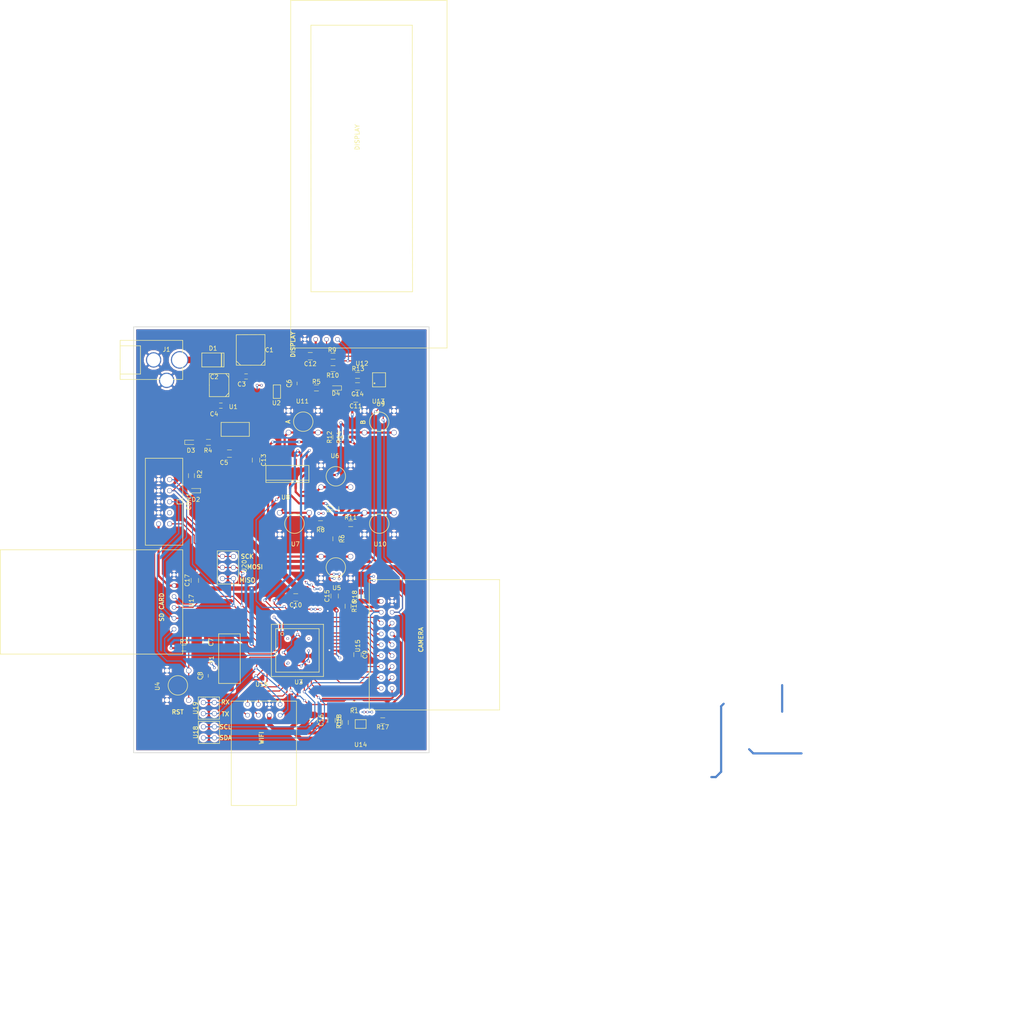
<source format=kicad_pcb>
(kicad_pcb (version 4) (host pcbnew 4.0.6)
  (layers (0 F.Cu signal) (31 B.Cu signal hide) (34 B.Paste user) (35 F.Paste user) (36 B.SilkS user) (37 F.SilkS user) (38 B.Mask user) (39 F.Mask user) (44 Edge.Cuts user))
  (net 0 "")
  (net 1 GND)
  (net 2 +3V3)
  (net 3 /VDC_IN)
  (net 4 +5V)
  (net 5 "Net-(D1-Pad1)")
  (net 6 "Net-(C7-Pad1)")
  (net 7 "Net-(C8-Pad1)")
  (net 8 "Net-(C9-Pad1)")
  (net 9 "Net-(C14-Pad1)")
  (net 10 /MOSI)
  (net 11 /MIC_RST)
  (net 12 /SCK)
  (net 13 /MISO)
  (net 14 "Net-(D2-Pad2)")
  (net 15 "Net-(D3-Pad2)")
  (net 16 "Net-(D4-Pad2)")
  (net 17 /CAM_XCLK)
  (net 18 "Net-(R1-Pad2)")
  (net 19 /CTRL_LEFT)
  (net 20 /CTRL_RIGHT)
  (net 21 /CTRL_UP)
  (net 22 /5V_SDA)
  (net 23 /5V_SCL)
  (net 24 /CTRL_DOWN)
  (net 25 /CTRL_BTN1)
  (net 26 /CTRL_BTN2)
  (net 27 /3V3_SCL)
  (net 28 /3V3_SDA)
  (net 29 /P_S_CLK)
  (net 30 /SERIAL_IN)
  (net 31 /P_S_CTRL)
  (net 32 "Net-(R15-Pad1)")
  (net 33 "Net-(R17-Pad2)")
  (net 34 /CAM_D7)
  (net 35 /CAM_D6)
  (net 36 /CAM_D5)
  (net 37 /CAM_D4)
  (net 38 /WLAN_GPIO2)
  (net 39 /WLAN_GPIO0)
  (net 40 /WLAN_CHPD)
  (net 41 /WLAN_RST)
  (net 42 /CAM_VSINC)
  (net 43 /CAM_HREF)
  (net 44 /CAM_PCLK)
  (net 45 /CAM_PWDN)
  (net 46 /CAM_D0)
  (net 47 /CAM_D1)
  (net 48 /CAM_D2)
  (net 49 /CAM_D3)
  (net 50 /SDC_CS)
  (net 51 /WLAN_RX)
  (net 52 /WLAN_TX)
  (net 53 /CAM_RST)
  (module MyLibraries:LCD_header_2.5_4 (layer F.Cu) (at 114.15 34.87)
    (fp_text reference U12 (at 9.4 5.55) (layer F.SilkS))
    (fp_text value LCD_1602)
    (fp_text user DISPLAY (at 8.325 -46.5 90) (layer F.SilkS))
    (pad 1 thru_hole circle (at -3.75 0) (size 1 1) (drill 0.8) (layers *.Cu *.Mask) (net 1 GND))
    (pad 2 thru_hole circle (at -1.25 0) (size 1 1) (drill 0.8) (layers *.Cu *.Mask) (net 4 +5V))
    (pad 3 thru_hole circle (at 1.25 0) (size 1 1) (drill 0.8) (layers *.Cu *.Mask) (net 22 /5V_SDA))
    (pad 4 thru_hole circle (at 3.75 0) (size 1 1) (drill 0.8) (layers *.Cu *.Mask) (net 23 /5V_SCL))
  )
  (module MyLibraries:N2510-6002RB (layer F.Cu) (at 78 72.25 90)
    (fp_text reference CON1 (at 0.05 5.7 90) (layer F.SilkS))
    (fp_text value AVR-ISP-10)
    (pad 1 thru_hole circle (at -5.08 1.27 90) (size 1.1 1.1) (drill 0.9) (layers *.Cu *.Mask) (net 10 /MOSI))
    (pad 3 thru_hole circle (at -2.54 1.27 90) (size 1.1 1.1) (drill 0.9) (layers *.Cu *.Mask))
    (pad 5 thru_hole circle (at 0 1.27 90) (size 1.1 1.1) (drill 0.9) (layers *.Cu *.Mask) (net 11 /MIC_RST))
    (pad 7 thru_hole circle (at 2.54 1.27 90) (size 1.1 1.1) (drill 0.9) (layers *.Cu *.Mask) (net 12 /SCK))
    (pad 9 thru_hole circle (at 5.08 1.27 90) (size 1.1 1.1) (drill 0.9) (layers *.Cu *.Mask) (net 13 /MISO))
    (pad 10 thru_hole circle (at 5.08 -1.27 90) (size 1.1 1.1) (drill 0.9) (layers *.Cu *.Mask) (net 1 GND))
    (pad 8 thru_hole circle (at 2.54 -1.27 90) (size 1.1 1.1) (drill 0.9) (layers *.Cu *.Mask) (net 1 GND))
    (pad 6 thru_hole circle (at 0 -1.27 90) (size 1.1 1.1) (drill 0.9) (layers *.Cu *.Mask) (net 1 GND))
    (pad 4 thru_hole circle (at -2.54 -1.27 90) (size 1.1 1.1) (drill 0.9) (layers *.Cu *.Mask) (net 1 GND))
    (pad 2 thru_hole circle (at -5.08 -1.27 90) (size 1.1 1.1) (drill 0.9) (layers *.Cu *.Mask) (net 2 +3V3))
  )
  (module MyLibraries:LFXTAL003210 (layer F.Cu) (at 93.05 108.35 270)
    (fp_text reference Y1 (at 0.225 4.125 270) (layer F.SilkS))
    (fp_text value Crystal)
    (pad 1 smd rect (at -4.75 0 270) (size 5.5 2) (layers F.Cu F.Paste F.Mask) (net 6 "Net-(C7-Pad1)"))
    (pad 2 smd rect (at 4.75 0 270) (size 5.5 2) (layers F.Cu F.Paste F.Mask) (net 7 "Net-(C8-Pad1)"))
  )
  (module MyLibraries:SDCARD_2.5_6 (layer F.Cu) (at 80.3 95.3 90)
    (fp_text reference U17 (at 0.275 4 90) (layer F.SilkS))
    (fp_text value SDCARD)
    (pad 1 thru_hole circle (at -6.25 0 90) (size 1 1) (drill 0.8) (layers *.Cu *.Mask) (net 50 /SDC_CS))
    (pad 2 thru_hole circle (at -3.75 0 90) (size 1 1) (drill 0.8) (layers *.Cu *.Mask) (net 12 /SCK))
    (pad 3 thru_hole circle (at -1.25 0 90) (size 1 1) (drill 0.8) (layers *.Cu *.Mask) (net 10 /MOSI))
    (pad 4 thru_hole circle (at 1.25 0 90) (size 1 1) (drill 0.8) (layers *.Cu *.Mask) (net 13 /MISO))
    (pad 5 thru_hole circle (at 3.75 0 90) (size 1 1) (drill 0.8) (layers *.Cu *.Mask) (net 2 +3V3))
    (pad 6 thru_hole circle (at 6.25 0 90) (size 1 1) (drill 0.8) (layers *.Cu *.Mask) (net 1 GND))
  )
  (module MyLibraries:wifi_header_female_2.5_2x4 (layer F.Cu) (at 100.975 120.125 180)
    (fp_text reference U16 (at 0.5 5.85 180) (layer F.SilkS))
    (fp_text value ESP8266)
    (pad 2 thru_hole circle (at -1.25 1.25 180) (size 1 1) (drill 0.8) (layers *.Cu *.Mask) (net 1 GND))
    (pad 1 thru_hole circle (at -3.75 1.25 180) (size 1 1) (drill 0.8) (layers *.Cu *.Mask) (net 52 /WLAN_TX))
    (pad 3 thru_hole circle (at 1.25 1.25 180) (size 1 1) (drill 0.8) (layers *.Cu *.Mask) (net 40 /WLAN_CHPD))
    (pad 4 thru_hole circle (at 3.75 1.25 180) (size 1 1) (drill 0.8) (layers *.Cu *.Mask) (net 38 /WLAN_GPIO2))
    (pad 5 thru_hole circle (at 3.75 -1.25 180) (size 1 1) (drill 0.8) (layers *.Cu *.Mask) (net 41 /WLAN_RST))
    (pad 6 thru_hole circle (at 1.25 -1.25 180) (size 1 1) (drill 0.8) (layers *.Cu *.Mask) (net 39 /WLAN_GPIO0))
    (pad 7 thru_hole circle (at -1.25 -1.25 180) (size 1 1) (drill 0.8) (layers *.Cu *.Mask) (net 2 +3V3))
    (pad 8 thru_hole circle (at -3.75 -1.25 180) (size 1 1) (drill 0.8) (layers *.Cu *.Mask) (net 51 /WLAN_RX))
  )
  (module MyLibraries:Camera_ov7670_2.5_2x9 (layer F.Cu) (at 129.2375 105.1625 270)
    (fp_text reference U15 (at 0.25 6.65 270) (layer F.SilkS))
    (fp_text value OV7670-nofifo)
    (pad 1 thru_hole circle (at -10 1.25 270) (size 1 1) (drill 0.8) (layers *.Cu *.Mask) (net 2 +3V3))
    (pad 2 thru_hole circle (at -10 -1.25 270) (size 1 1) (drill 0.8) (layers *.Cu *.Mask) (net 1 GND))
    (pad 3 thru_hole circle (at -7.5 1.25 270) (size 1 1) (drill 0.8) (layers *.Cu *.Mask) (net 27 /3V3_SCL))
    (pad 4 thru_hole circle (at -7.5 -1.25 270) (size 1 1) (drill 0.8) (layers *.Cu *.Mask) (net 28 /3V3_SDA))
    (pad 5 thru_hole circle (at -5 1.25 270) (size 1 1) (drill 0.8) (layers *.Cu *.Mask) (net 42 /CAM_VSINC))
    (pad 6 thru_hole circle (at -5 -1.25 270) (size 1 1) (drill 0.8) (layers *.Cu *.Mask) (net 43 /CAM_HREF))
    (pad 7 thru_hole circle (at -2.5 1.25 270) (size 1 1) (drill 0.8) (layers *.Cu *.Mask) (net 44 /CAM_PCLK))
    (pad 8 thru_hole circle (at -2.5 -1.25 270) (size 1 1) (drill 0.8) (layers *.Cu *.Mask) (net 17 /CAM_XCLK))
    (pad 9 thru_hole circle (at 0 1.25 270) (size 1 1) (drill 0.8) (layers *.Cu *.Mask) (net 34 /CAM_D7))
    (pad 10 thru_hole circle (at 0 -1.25 270) (size 1 1) (drill 0.8) (layers *.Cu *.Mask) (net 35 /CAM_D6))
    (pad 11 thru_hole circle (at 2.5 1.25 270) (size 1 1) (drill 0.8) (layers *.Cu *.Mask) (net 36 /CAM_D5))
    (pad 12 thru_hole circle (at 2.5 -1.25 270) (size 1 1) (drill 0.8) (layers *.Cu *.Mask) (net 37 /CAM_D4))
    (pad 13 thru_hole circle (at 5 1.25 270) (size 1 1) (drill 0.8) (layers *.Cu *.Mask) (net 49 /CAM_D3))
    (pad 14 thru_hole circle (at 5 -1.25 270) (size 1 1) (drill 0.8) (layers *.Cu *.Mask) (net 48 /CAM_D2))
    (pad 15 thru_hole circle (at 7.5 1.25 270) (size 1 1) (drill 0.8) (layers *.Cu *.Mask) (net 47 /CAM_D1))
    (pad 16 thru_hole circle (at 7.5 -1.25 270) (size 1 1) (drill 0.8) (layers *.Cu *.Mask) (net 46 /CAM_D0))
    (pad 17 thru_hole circle (at 10 1.25 270) (size 1 1) (drill 0.8) (layers *.Cu *.Mask) (net 53 /CAM_RST))
    (pad 18 thru_hole circle (at 10 -1.25 270) (size 1 1) (drill 0.8) (layers *.Cu *.Mask) (net 45 /CAM_PWDN))
  )
  (module MyLibraries:Si501_2x2.5 (layer F.Cu) (at 123.26 123.39)
    (fp_text reference U14 (at 0 4.75) (layer F.SilkS))
    (fp_text value Si501)
    (pad 1 smd rect (at -0.95 0.75) (size 1.1 1) (layers F.Cu F.Paste F.Mask) (net 32 "Net-(R15-Pad1)"))
    (pad 2 smd rect (at 0.95 0.75) (size 1.1 1) (layers F.Cu F.Paste F.Mask) (net 1 GND))
    (pad 3 smd rect (at 0.95 -0.75) (size 1.1 1) (layers F.Cu F.Paste F.Mask) (net 33 "Net-(R17-Pad2)"))
    (pad 4 smd rect (at -0.95 -0.75) (size 1.1 1) (layers F.Cu F.Paste F.Mask) (net 2 +3V3))
  )
  (module MyLibraries:RT1105AF160Q (layer F.Cu) (at 127.54 53.84 180)
    (fp_text reference U13 (at 0.2 4.7 180) (layer F.SilkS))
    (fp_text value RT1105AF160Q)
    (pad 3 thru_hole circle (at -3.4 -2.5 180) (size 1.2 1.2) (drill 1) (layers *.Cu *.Mask) (net 26 /CTRL_BTN2))
    (pad 1 thru_hole circle (at -3.4 2.5 180) (size 1.2 1.2) (drill 1) (layers *.Cu *.Mask) (net 1 GND))
    (pad 2 thru_hole circle (at 3.4 2.5 180) (size 1.2 1.2) (drill 1) (layers *.Cu *.Mask) (net 1 GND))
    (pad 4 thru_hole circle (at 3.4 -2.5 180) (size 1.2 1.2) (drill 1) (layers *.Cu *.Mask) (net 26 /CTRL_BTN2))
  )
  (module MyLibraries:RT1105AF160Q (layer F.Cu) (at 110.04 53.815 180)
    (fp_text reference U11 (at 0.2 4.7 180) (layer F.SilkS))
    (fp_text value RT1105AF160Q)
    (pad 3 thru_hole circle (at -3.4 -2.5 180) (size 1.2 1.2) (drill 1) (layers *.Cu *.Mask) (net 25 /CTRL_BTN1))
    (pad 1 thru_hole circle (at -3.4 2.5 180) (size 1.2 1.2) (drill 1) (layers *.Cu *.Mask) (net 1 GND))
    (pad 2 thru_hole circle (at 3.4 2.5 180) (size 1.2 1.2) (drill 1) (layers *.Cu *.Mask) (net 1 GND))
    (pad 4 thru_hole circle (at 3.4 -2.5 180) (size 1.2 1.2) (drill 1) (layers *.Cu *.Mask) (net 25 /CTRL_BTN1))
  )
  (module MyLibraries:RT1105AF160Q (layer F.Cu) (at 127.54 77.29)
    (fp_text reference U10 (at 0.2 4.7) (layer F.SilkS))
    (fp_text value RT1105AF160Q)
    (pad 3 thru_hole circle (at -3.4 -2.5) (size 1.2 1.2) (drill 1) (layers *.Cu *.Mask) (net 24 /CTRL_DOWN))
    (pad 1 thru_hole circle (at -3.4 2.5) (size 1.2 1.2) (drill 1) (layers *.Cu *.Mask) (net 1 GND))
    (pad 2 thru_hole circle (at 3.4 2.5) (size 1.2 1.2) (drill 1) (layers *.Cu *.Mask) (net 1 GND))
    (pad 4 thru_hole circle (at 3.4 -2.5) (size 1.2 1.2) (drill 1) (layers *.Cu *.Mask) (net 24 /CTRL_DOWN))
  )
  (module MyLibraries:PCA9306_SM8 (layer F.Cu) (at 127.49 44.24)
    (fp_text reference U9 (at 0.375 5.5) (layer F.SilkS))
    (fp_text value PCA9306)
    (pad 1 smd rect (at -0.975 1.7) (size 0.25 1.55) (layers F.Cu F.Paste F.Mask) (net 1 GND))
    (pad 2 smd rect (at -0.325 1.7) (size 0.25 1.55) (layers F.Cu F.Paste F.Mask) (net 2 +3V3))
    (pad 3 smd rect (at 0.325 1.7) (size 0.25 1.55) (layers F.Cu F.Paste F.Mask) (net 27 /3V3_SCL))
    (pad 4 smd rect (at 0.975 1.7) (size 0.25 1.55) (layers F.Cu F.Paste F.Mask) (net 28 /3V3_SDA))
    (pad 5 smd rect (at 0.975 -1.7) (size 0.25 1.55) (layers F.Cu F.Paste F.Mask) (net 22 /5V_SDA))
    (pad 6 smd rect (at 0.325 -1.7) (size 0.25 1.55) (layers F.Cu F.Paste F.Mask) (net 23 /5V_SCL))
    (pad 7 smd rect (at -0.325 -1.7) (size 0.25 1.55) (layers F.Cu F.Paste F.Mask) (net 9 "Net-(C14-Pad1)"))
    (pad 8 smd rect (at -0.975 -1.7) (size 0.25 1.55) (layers F.Cu F.Paste F.Mask) (net 9 "Net-(C14-Pad1)"))
  )
  (module MyLibraries:CD4014B_SOIC (layer F.Cu) (at 106.39 65.84)
    (fp_text reference U8 (at -0.4 5.375) (layer F.SilkS))
    (fp_text value CD4014B)
    (pad 4 smd rect (at -0.635 2.7) (size 0.55 1.5) (layers F.Cu F.Paste F.Mask) (net 21 /CTRL_UP))
    (pad 3 smd rect (at -1.905 2.7) (size 0.55 1.5) (layers F.Cu F.Paste F.Mask) (net 30 /SERIAL_IN))
    (pad 2 smd rect (at -3.175 2.7) (size 0.55 1.5) (layers F.Cu F.Paste F.Mask))
    (pad 1 smd rect (at -4.445 2.7) (size 0.55 1.5) (layers F.Cu F.Paste F.Mask) (net 19 /CTRL_LEFT))
    (pad 5 smd rect (at 0.635 2.7) (size 0.55 1.5) (layers F.Cu F.Paste F.Mask) (net 24 /CTRL_DOWN))
    (pad 6 smd rect (at 1.905 2.7) (size 0.55 1.5) (layers F.Cu F.Paste F.Mask) (net 20 /CTRL_RIGHT))
    (pad 7 smd rect (at 3.175 2.7) (size 0.55 1.5) (layers F.Cu F.Paste F.Mask) (net 26 /CTRL_BTN2))
    (pad 8 smd rect (at 4.445 2.7) (size 0.55 1.5) (layers F.Cu F.Paste F.Mask) (net 1 GND))
    (pad 12 smd rect (at 0.635 -2.7) (size 0.55 1.5) (layers F.Cu F.Paste F.Mask))
    (pad 11 smd rect (at 1.905 -2.7) (size 0.55 1.5) (layers F.Cu F.Paste F.Mask))
    (pad 10 smd rect (at 3.175 -2.7) (size 0.55 1.5) (layers F.Cu F.Paste F.Mask) (net 29 /P_S_CLK))
    (pad 9 smd rect (at 4.445 -2.7) (size 0.55 1.5) (layers F.Cu F.Paste F.Mask) (net 31 /P_S_CTRL))
    (pad 13 smd rect (at -0.635 -2.7) (size 0.55 1.5) (layers F.Cu F.Paste F.Mask) (net 25 /CTRL_BTN1))
    (pad 14 smd rect (at -1.905 -2.7) (size 0.55 1.5) (layers F.Cu F.Paste F.Mask))
    (pad 15 smd rect (at -3.175 -2.7) (size 0.55 1.5) (layers F.Cu F.Paste F.Mask))
    (pad 16 smd rect (at -4.445 -2.7) (size 0.55 1.5) (layers F.Cu F.Paste F.Mask) (net 2 +3V3))
  )
  (module MyLibraries:RT1105AF160Q (layer F.Cu) (at 108.015 77.29)
    (fp_text reference U7 (at 0.2 4.7) (layer F.SilkS))
    (fp_text value RT1105AF160Q)
    (pad 3 thru_hole circle (at -3.4 -2.5) (size 1.2 1.2) (drill 1) (layers *.Cu *.Mask) (net 21 /CTRL_UP))
    (pad 1 thru_hole circle (at -3.4 2.5) (size 1.2 1.2) (drill 1) (layers *.Cu *.Mask) (net 1 GND))
    (pad 2 thru_hole circle (at 3.4 2.5) (size 1.2 1.2) (drill 1) (layers *.Cu *.Mask) (net 1 GND))
    (pad 4 thru_hole circle (at 3.4 -2.5) (size 1.2 1.2) (drill 1) (layers *.Cu *.Mask) (net 21 /CTRL_UP))
  )
  (module MyLibraries:RT1105AF160Q (layer F.Cu) (at 117.54 66.39 180)
    (fp_text reference U6 (at 0.2 4.7 180) (layer F.SilkS))
    (fp_text value RT1105AF160Q)
    (pad 3 thru_hole circle (at -3.4 -2.5 180) (size 1.2 1.2) (drill 1) (layers *.Cu *.Mask) (net 20 /CTRL_RIGHT))
    (pad 1 thru_hole circle (at -3.4 2.5 180) (size 1.2 1.2) (drill 1) (layers *.Cu *.Mask) (net 1 GND))
    (pad 2 thru_hole circle (at 3.4 2.5 180) (size 1.2 1.2) (drill 1) (layers *.Cu *.Mask) (net 1 GND))
    (pad 4 thru_hole circle (at 3.4 -2.5 180) (size 1.2 1.2) (drill 1) (layers *.Cu *.Mask) (net 20 /CTRL_RIGHT))
  )
  (module MyLibraries:RT1105AF160Q (layer F.Cu) (at 117.54 87.365)
    (fp_text reference U5 (at 0.2 4.7) (layer F.SilkS))
    (fp_text value RT1105AF160Q)
    (pad 3 thru_hole circle (at -3.4 -2.5) (size 1.2 1.2) (drill 1) (layers *.Cu *.Mask) (net 19 /CTRL_LEFT))
    (pad 1 thru_hole circle (at -3.4 2.5) (size 1.2 1.2) (drill 1) (layers *.Cu *.Mask) (net 1 GND))
    (pad 2 thru_hole circle (at 3.4 2.5) (size 1.2 1.2) (drill 1) (layers *.Cu *.Mask) (net 1 GND))
    (pad 4 thru_hole circle (at 3.4 -2.5) (size 1.2 1.2) (drill 1) (layers *.Cu *.Mask) (net 19 /CTRL_LEFT))
  )
  (module MyLibraries:RT1105AF160Q (layer F.Cu) (at 81.175 114.5 270)
    (fp_text reference U4 (at 0.2 4.7 270) (layer F.SilkS))
    (fp_text value RT1105AF160Q)
    (pad 3 thru_hole circle (at -3.4 -2.5 270) (size 1.2 1.2) (drill 1) (layers *.Cu *.Mask) (net 11 /MIC_RST))
    (pad 1 thru_hole circle (at -3.4 2.5 270) (size 1.2 1.2) (drill 1) (layers *.Cu *.Mask) (net 1 GND))
    (pad 2 thru_hole circle (at 3.4 2.5 270) (size 1.2 1.2) (drill 1) (layers *.Cu *.Mask) (net 1 GND))
    (pad 4 thru_hole circle (at 3.4 -2.5 270) (size 1.2 1.2) (drill 1) (layers *.Cu *.Mask) (net 11 /MIC_RST))
  )
  (module Resistors_SMD:R_0603_HandSoldering (layer F.Cu) (at 123.3375 94.0625 90)
    (fp_text reference R18 (at 0 -1.45 90) (layer F.SilkS))
    (fp_text value 4.7k)
    (pad 1 smd rect (at -1.1 0 90) (size 1.2 0.9) (layers F.Cu F.Paste F.Mask) (net 2 +3V3))
    (pad 2 smd rect (at 1.1 0 90) (size 1.2 0.9) (layers F.Cu F.Paste F.Mask) (net 28 /3V3_SDA))
  )
  (module Resistors_SMD:R_0603_HandSoldering (layer F.Cu) (at 128.34 122.64 180)
    (fp_text reference R17 (at 0 -1.45 180) (layer F.SilkS))
    (fp_text value 24.9)
    (pad 1 smd rect (at -1.1 0 180) (size 1.2 0.9) (layers F.Cu F.Paste F.Mask) (net 17 /CAM_XCLK))
    (pad 2 smd rect (at 1.1 0 180) (size 1.2 0.9) (layers F.Cu F.Paste F.Mask) (net 33 "Net-(R17-Pad2)"))
  )
  (module Resistors_SMD:R_0603_HandSoldering (layer F.Cu) (at 120.3625 96.2875 270)
    (fp_text reference R16 (at 0 -1.45 270) (layer F.SilkS))
    (fp_text value 4.7k)
    (pad 1 smd rect (at -1.1 0 270) (size 1.2 0.9) (layers F.Cu F.Paste F.Mask) (net 2 +3V3))
    (pad 2 smd rect (at 1.1 0 270) (size 1.2 0.9) (layers F.Cu F.Paste F.Mask) (net 27 /3V3_SCL))
  )
  (module Resistors_SMD:R_0603_HandSoldering (layer F.Cu) (at 119.73 123.04 90)
    (fp_text reference R15 (at 0 -1.45 90) (layer F.SilkS))
    (fp_text value 10k)
    (pad 1 smd rect (at -1.1 0 90) (size 1.2 0.9) (layers F.Cu F.Paste F.Mask) (net 32 "Net-(R15-Pad1)"))
    (pad 2 smd rect (at 1.1 0 90) (size 1.2 0.9) (layers F.Cu F.Paste F.Mask) (net 2 +3V3))
  )
  (module Resistors_SMD:R_0603_HandSoldering (layer F.Cu) (at 119.765 57.39 90)
    (fp_text reference R14 (at 0 -1.45 90) (layer F.SilkS))
    (fp_text value 10k)
    (pad 1 smd rect (at -1.1 0 90) (size 1.2 0.9) (layers F.Cu F.Paste F.Mask) (net 2 +3V3))
    (pad 2 smd rect (at 1.1 0 90) (size 1.2 0.9) (layers F.Cu F.Paste F.Mask) (net 26 /CTRL_BTN2))
  )
  (module Resistors_SMD:R_0603_HandSoldering (layer F.Cu) (at 122.534 43.166)
    (fp_text reference R13 (at 0.127 -1.524) (layer F.SilkS))
    (fp_text value 200k)
    (pad 1 smd rect (at -1.1 0) (size 1.2 0.9) (layers F.Cu F.Paste F.Mask) (net 4 +5V))
    (pad 2 smd rect (at 1.1 0) (size 1.2 0.9) (layers F.Cu F.Paste F.Mask) (net 9 "Net-(C14-Pad1)"))
  )
  (module Resistors_SMD:R_0603_HandSoldering (layer F.Cu) (at 117.54 57.39 90)
    (fp_text reference R12 (at 0 -1.45 90) (layer F.SilkS))
    (fp_text value 10k)
    (pad 1 smd rect (at -1.1 0 90) (size 1.2 0.9) (layers F.Cu F.Paste F.Mask) (net 2 +3V3))
    (pad 2 smd rect (at 1.1 0 90) (size 1.2 0.9) (layers F.Cu F.Paste F.Mask) (net 25 /CTRL_BTN1))
  )
  (module Resistors_SMD:R_0603_HandSoldering (layer F.Cu) (at 120.965 77.29)
    (fp_text reference R11 (at 0 -1.45) (layer F.SilkS))
    (fp_text value 10k)
    (pad 1 smd rect (at -1.1 0) (size 1.2 0.9) (layers F.Cu F.Paste F.Mask) (net 2 +3V3))
    (pad 2 smd rect (at 1.1 0) (size 1.2 0.9) (layers F.Cu F.Paste F.Mask) (net 24 /CTRL_DOWN))
  )
  (module Resistors_SMD:R_0603_HandSoldering (layer F.Cu) (at 116.9 41.62)
    (fp_text reference R10 (at -0.081 1.546) (layer F.SilkS))
    (fp_text value 1.74k)
    (pad 1 smd rect (at -1.1 0) (size 1.2 0.9) (layers F.Cu F.Paste F.Mask) (net 4 +5V))
    (pad 2 smd rect (at 1.1 0) (size 1.2 0.9) (layers F.Cu F.Paste F.Mask) (net 23 /5V_SCL))
  )
  (module Resistors_SMD:R_0603_HandSoldering (layer F.Cu) (at 116.9 38.77)
    (fp_text reference R9 (at -0.208 -1.446) (layer F.SilkS))
    (fp_text value 1.74k)
    (pad 1 smd rect (at -1.1 0) (size 1.2 0.9) (layers F.Cu F.Paste F.Mask) (net 4 +5V))
    (pad 2 smd rect (at 1.1 0) (size 1.2 0.9) (layers F.Cu F.Paste F.Mask) (net 22 /5V_SDA))
  )
  (module Resistors_SMD:R_0603_HandSoldering (layer F.Cu) (at 114.015 77.29 180)
    (fp_text reference R8 (at 0 -1.45 180) (layer F.SilkS))
    (fp_text value 10k)
    (pad 1 smd rect (at -1.1 0 180) (size 1.2 0.9) (layers F.Cu F.Paste F.Mask) (net 2 +3V3))
    (pad 2 smd rect (at 1.1 0 180) (size 1.2 0.9) (layers F.Cu F.Paste F.Mask) (net 21 /CTRL_UP))
  )
  (module Resistors_SMD:R_0603_HandSoldering (layer F.Cu) (at 117.54 73.815 90)
    (fp_text reference R7 (at 0 -1.45 90) (layer F.SilkS))
    (fp_text value 10k)
    (pad 1 smd rect (at -1.1 0 90) (size 1.2 0.9) (layers F.Cu F.Paste F.Mask) (net 2 +3V3))
    (pad 2 smd rect (at 1.1 0 90) (size 1.2 0.9) (layers F.Cu F.Paste F.Mask) (net 20 /CTRL_RIGHT))
  )
  (module Resistors_SMD:R_0603_HandSoldering (layer F.Cu) (at 117.54 80.765 270)
    (fp_text reference R6 (at 0 -1.45 270) (layer F.SilkS))
    (fp_text value 10k)
    (pad 1 smd rect (at -1.1 0 270) (size 1.2 0.9) (layers F.Cu F.Paste F.Mask) (net 2 +3V3))
    (pad 2 smd rect (at 1.1 0 270) (size 1.2 0.9) (layers F.Cu F.Paste F.Mask) (net 19 /CTRL_LEFT))
  )
  (module Resistors_SMD:R_0603_HandSoldering (layer F.Cu) (at 113.07 46.07)
    (fp_text reference R5 (at 0 -1.45) (layer F.SilkS))
    (fp_text value 1k)
    (pad 1 smd rect (at -1.1 0) (size 1.2 0.9) (layers F.Cu F.Paste F.Mask) (net 4 +5V))
    (pad 2 smd rect (at 1.1 0) (size 1.2 0.9) (layers F.Cu F.Paste F.Mask) (net 16 "Net-(D4-Pad2)"))
  )
  (module Resistors_SMD:R_0603_HandSoldering (layer F.Cu) (at 88.21 58.58 180)
    (fp_text reference R4 (at 0.093 -1.858 180) (layer F.SilkS))
    (fp_text value 620)
    (pad 1 smd rect (at -1.1 0 180) (size 1.2 0.9) (layers F.Cu F.Paste F.Mask) (net 2 +3V3))
    (pad 2 smd rect (at 1.1 0 180) (size 1.2 0.9) (layers F.Cu F.Paste F.Mask) (net 15 "Net-(D3-Pad2)"))
  )
  (module Resistors_SMD:R_0603_HandSoldering (layer F.Cu) (at 82.575 105.925)
    (fp_text reference R3 (at 0 -1.45) (layer F.SilkS))
    (fp_text value 10k)
    (pad 1 smd rect (at -1.1 0) (size 1.2 0.9) (layers F.Cu F.Paste F.Mask) (net 2 +3V3))
    (pad 2 smd rect (at 1.1 0) (size 1.2 0.9) (layers F.Cu F.Paste F.Mask) (net 11 /MIC_RST))
  )
  (module Resistors_SMD:R_0603_HandSoldering (layer F.Cu) (at 84.3 66.25 270)
    (fp_text reference R2 (at -0.351 -1.912 270) (layer F.SilkS))
    (fp_text value 620)
    (pad 1 smd rect (at -1.1 0 270) (size 1.2 0.9) (layers F.Cu F.Paste F.Mask) (net 12 /SCK))
    (pad 2 smd rect (at 1.1 0 270) (size 1.2 0.9) (layers F.Cu F.Paste F.Mask) (net 14 "Net-(D2-Pad2)"))
  )
  (module Resistors_SMD:R_0603_HandSoldering (layer F.Cu) (at 121.78 118.91 180)
    (fp_text reference R1 (at 0 -1.45 180) (layer F.SilkS))
    (fp_text value 0)
    (pad 1 smd rect (at -1.1 0 180) (size 1.2 0.9) (layers F.Cu F.Paste F.Mask) (net 17 /CAM_XCLK))
    (pad 2 smd rect (at 1.1 0 180) (size 1.2 0.9) (layers F.Cu F.Paste F.Mask) (net 18 "Net-(R1-Pad2)"))
  )
  (module LEDs:LED_0603 (layer F.Cu) (at 117.55 46.07 180)
    (fp_text reference D4 (at 0 -1.25 180) (layer F.SilkS))
    (fp_text value LED)
    (pad 2 smd rect (at 0.8 0) (size 0.8 0.8) (layers F.Cu F.Paste F.Mask) (net 16 "Net-(D4-Pad2)"))
    (pad 1 smd rect (at -0.8 0) (size 0.8 0.8) (layers F.Cu F.Paste F.Mask) (net 1 GND))
  )
  (module LEDs:LED_0603 (layer F.Cu) (at 84.05 58.58)
    (fp_text reference D3 (at 0.13 1.858) (layer F.SilkS))
    (fp_text value LED)
    (pad 2 smd rect (at 0.8 0 180) (size 0.8 0.8) (layers F.Cu F.Paste F.Mask) (net 15 "Net-(D3-Pad2)"))
    (pad 1 smd rect (at -0.8 0 180) (size 0.8 0.8) (layers F.Cu F.Paste F.Mask) (net 1 GND))
  )
  (module LEDs:LED_0603 (layer F.Cu) (at 85.1 69.7 180)
    (fp_text reference D2 (at -0.223 -2.041 180) (layer F.SilkS))
    (fp_text value LED)
    (pad 2 smd rect (at 0.8 0) (size 0.8 0.8) (layers F.Cu F.Paste F.Mask) (net 14 "Net-(D2-Pad2)"))
    (pad 1 smd rect (at -0.8 0) (size 0.8 0.8) (layers F.Cu F.Paste F.Mask) (net 1 GND))
  )
  (module Capacitors_SMD:C_0805_HandSoldering (layer F.Cu) (at 116.54 122.55 270)
    (fp_text reference C18 (at 0 -1.75 270) (layer F.SilkS))
    (fp_text value 100n)
    (pad 1 smd rect (at -1.25 0 270) (size 1.5 1.25) (layers F.Cu F.Paste F.Mask) (net 2 +3V3))
    (pad 2 smd rect (at 1.25 0 270) (size 1.5 1.25) (layers F.Cu F.Paste F.Mask) (net 1 GND))
  )
  (module Capacitors_SMD:C_0805_HandSoldering (layer F.Cu) (at 85.075 90.35 90)
    (fp_text reference C17 (at 0 -1.75 90) (layer F.SilkS))
    (fp_text value 100n)
    (pad 1 smd rect (at -1.25 0 90) (size 1.5 1.25) (layers F.Cu F.Paste F.Mask) (net 2 +3V3))
    (pad 2 smd rect (at 1.25 0 90) (size 1.5 1.25) (layers F.Cu F.Paste F.Mask) (net 1 GND))
  )
  (module Capacitors_SMD:C_0805_HandSoldering (layer F.Cu) (at 112.43 122.55 270)
    (fp_text reference C16 (at 0 -1.75 270) (layer F.SilkS))
    (fp_text value 100n)
    (pad 1 smd rect (at -1.25 0 270) (size 1.5 1.25) (layers F.Cu F.Paste F.Mask) (net 2 +3V3))
    (pad 2 smd rect (at 1.25 0 270) (size 1.5 1.25) (layers F.Cu F.Paste F.Mask) (net 1 GND))
  )
  (module Capacitors_SMD:C_0805_HandSoldering (layer F.Cu) (at 117.27 93.93 90)
    (fp_text reference C15 (at 0 -1.75 90) (layer F.SilkS))
    (fp_text value 100n)
    (pad 1 smd rect (at -1.25 0 90) (size 1.5 1.25) (layers F.Cu F.Paste F.Mask) (net 2 +3V3))
    (pad 2 smd rect (at 1.25 0 90) (size 1.5 1.25) (layers F.Cu F.Paste F.Mask) (net 1 GND))
  )
  (module Capacitors_SMD:C_0805_HandSoldering (layer F.Cu) (at 122.534 45.706 180)
    (fp_text reference C14 (at 0 -1.75 180) (layer F.SilkS))
    (fp_text value 100n)
    (pad 1 smd rect (at -1.25 0 180) (size 1.5 1.25) (layers F.Cu F.Paste F.Mask) (net 9 "Net-(C14-Pad1)"))
    (pad 2 smd rect (at 1.25 0 180) (size 1.5 1.25) (layers F.Cu F.Paste F.Mask) (net 1 GND))
  )
  (module Capacitors_SMD:C_0805_HandSoldering (layer F.Cu) (at 99.165 62.665 270)
    (fp_text reference C13 (at 0 -1.75 270) (layer F.SilkS))
    (fp_text value 100n)
    (pad 1 smd rect (at -1.25 0 270) (size 1.5 1.25) (layers F.Cu F.Paste F.Mask) (net 2 +3V3))
    (pad 2 smd rect (at 1.25 0 270) (size 1.5 1.25) (layers F.Cu F.Paste F.Mask) (net 1 GND))
  )
  (module Capacitors_SMD:C_0805_HandSoldering (layer F.Cu) (at 111.66 38.76 180)
    (fp_text reference C12 (at 0 -1.75 180) (layer F.SilkS))
    (fp_text value 100n)
    (pad 1 smd rect (at -1.25 0 180) (size 1.5 1.25) (layers F.Cu F.Paste F.Mask) (net 4 +5V))
    (pad 2 smd rect (at 1.25 0 180) (size 1.5 1.25) (layers F.Cu F.Paste F.Mask) (net 1 GND))
  )
  (module Capacitors_SMD:C_0805_HandSoldering (layer F.Cu) (at 122.12 48.48 180)
    (fp_text reference C11 (at 0 -1.75 180) (layer F.SilkS))
    (fp_text value 100n)
    (pad 1 smd rect (at -1.25 0 180) (size 1.5 1.25) (layers F.Cu F.Paste F.Mask) (net 2 +3V3))
    (pad 2 smd rect (at 1.25 0 180) (size 1.5 1.25) (layers F.Cu F.Paste F.Mask) (net 1 GND))
  )
  (module Capacitors_SMD:C_0805_HandSoldering (layer F.Cu) (at 108.31 94.26 180)
    (fp_text reference C10 (at 0 -1.75 180) (layer F.SilkS))
    (fp_text value 100n)
    (pad 1 smd rect (at -1.25 0 180) (size 1.5 1.25) (layers F.Cu F.Paste F.Mask) (net 2 +3V3))
    (pad 2 smd rect (at 1.25 0 180) (size 1.5 1.25) (layers F.Cu F.Paste F.Mask) (net 1 GND))
  )
  (module Capacitors_SMD:C_0805_HandSoldering (layer F.Cu) (at 122.534 107.428 270)
    (fp_text reference C9 (at 0 -1.75 270) (layer F.SilkS))
    (fp_text value 100n)
    (pad 1 smd rect (at -1.25 0 270) (size 1.5 1.25) (layers F.Cu F.Paste F.Mask) (net 8 "Net-(C9-Pad1)"))
    (pad 2 smd rect (at 1.25 0 270) (size 1.5 1.25) (layers F.Cu F.Paste F.Mask) (net 1 GND))
  )
  (module Capacitors_SMD:C_0603_HandSoldering (layer F.Cu) (at 87.575 112.3 90)
    (fp_text reference C8 (at 0 -1.25 90) (layer F.SilkS))
    (fp_text value 22p)
    (pad 1 smd rect (at -0.95 0 90) (size 1.2 0.75) (layers F.Cu F.Paste F.Mask) (net 7 "Net-(C8-Pad1)"))
    (pad 2 smd rect (at 0.95 0 90) (size 1.2 0.75) (layers F.Cu F.Paste F.Mask) (net 1 GND))
  )
  (module Capacitors_SMD:C_0603_HandSoldering (layer F.Cu) (at 87.575 104.55 270)
    (fp_text reference C7 (at 0 -1.25 270) (layer F.SilkS))
    (fp_text value 22p)
    (pad 1 smd rect (at -0.95 0 270) (size 1.2 0.75) (layers F.Cu F.Paste F.Mask) (net 6 "Net-(C7-Pad1)"))
    (pad 2 smd rect (at 0.95 0 270) (size 1.2 0.75) (layers F.Cu F.Paste F.Mask) (net 1 GND))
  )
  (module MyLibraries:ATMEGA16A-AU (layer F.Cu) (at 108.7 106.45)
    (fp_text reference U3 (at 0.3 7.3) (layer F.SilkS))
    (fp_text value ATMEGA16A-AU)
    (pad 28 smd rect (at 5.5 0) (size 1.1 0.45) (layers F.Cu F.Paste F.Mask) (net 1 GND))
    (pad 29 smd rect (at 5.5 -0.8) (size 1.1 0.45) (layers F.Cu F.Paste F.Mask) (net 8 "Net-(C9-Pad1)"))
    (pad 30 smd rect (at 5.5 -1.6) (size 1.1 0.45) (layers F.Cu F.Paste F.Mask) (net 36 /CAM_D5))
    (pad 31 smd rect (at 5.5 -2.4) (size 1.1 0.45) (layers F.Cu F.Paste F.Mask) (net 37 /CAM_D4))
    (pad 32 smd rect (at 5.5 -3.2) (size 1.1 0.45) (layers F.Cu F.Paste F.Mask) (net 34 /CAM_D7))
    (pad 33 smd rect (at 5.5 -4) (size 1.1 0.45) (layers F.Cu F.Paste F.Mask) (net 35 /CAM_D6))
    (pad 27 smd rect (at 5.5 0.8) (size 1.1 0.45) (layers F.Cu F.Paste F.Mask) (net 2 +3V3))
    (pad 26 smd rect (at 5.5 1.6) (size 1.1 0.45) (layers F.Cu F.Paste F.Mask) (net 49 /CAM_D3))
    (pad 25 smd rect (at 5.5 2.4) (size 1.1 0.45) (layers F.Cu F.Paste F.Mask) (net 48 /CAM_D2))
    (pad 24 smd rect (at 5.5 3.2) (size 1.1 0.45) (layers F.Cu F.Paste F.Mask) (net 47 /CAM_D1))
    (pad 23 smd rect (at 5.5 4) (size 1.1 0.45) (layers F.Cu F.Paste F.Mask) (net 46 /CAM_D0))
    (pad 17 smd rect (at 0 5.5) (size 0.45 1.1) (layers F.Cu F.Paste F.Mask) (net 2 +3V3))
    (pad 18 smd rect (at 0.8 5.5) (size 0.45 1.1) (layers F.Cu F.Paste F.Mask) (net 1 GND))
    (pad 19 smd rect (at 1.6 5.5) (size 0.45 1.1) (layers F.Cu F.Paste F.Mask) (net 27 /3V3_SCL))
    (pad 20 smd rect (at 2.4 5.5) (size 0.45 1.1) (layers F.Cu F.Paste F.Mask) (net 28 /3V3_SDA))
    (pad 21 smd rect (at 3.2 5.5) (size 0.45 1.1) (layers F.Cu F.Paste F.Mask) (net 45 /CAM_PWDN))
    (pad 22 smd rect (at 4 5.5) (size 0.45 1.1) (layers F.Cu F.Paste F.Mask) (net 53 /CAM_RST))
    (pad 16 smd rect (at -0.8 5.5) (size 0.45 1.1) (layers F.Cu F.Paste F.Mask))
    (pad 15 smd rect (at -1.6 5.5) (size 0.45 1.1) (layers F.Cu F.Paste F.Mask) (net 18 "Net-(R1-Pad2)"))
    (pad 14 smd rect (at -2.4 5.5) (size 0.45 1.1) (layers F.Cu F.Paste F.Mask) (net 40 /WLAN_CHPD))
    (pad 13 smd rect (at -3.2 5.5) (size 0.45 1.1) (layers F.Cu F.Paste F.Mask) (net 39 /WLAN_GPIO0))
    (pad 12 smd rect (at -4 5.5) (size 0.45 1.1) (layers F.Cu F.Paste F.Mask) (net 38 /WLAN_GPIO2))
    (pad 39 smd rect (at 0 -5.5) (size 0.45 1.1) (layers F.Cu F.Paste F.Mask) (net 1 GND))
    (pad 38 smd rect (at 0.8 -5.5) (size 0.45 1.1) (layers F.Cu F.Paste F.Mask) (net 2 +3V3))
    (pad 37 smd rect (at 1.6 -5.5) (size 0.45 1.1) (layers F.Cu F.Paste F.Mask))
    (pad 36 smd rect (at 2.4 -5.5) (size 0.45 1.1) (layers F.Cu F.Paste F.Mask) (net 42 /CAM_VSINC))
    (pad 35 smd rect (at 3.2 -5.5) (size 0.45 1.1) (layers F.Cu F.Paste F.Mask) (net 43 /CAM_HREF))
    (pad 34 smd rect (at 4 -5.5) (size 0.45 1.1) (layers F.Cu F.Paste F.Mask) (net 44 /CAM_PCLK))
    (pad 40 smd rect (at -0.8 -5.5) (size 0.45 1.1) (layers F.Cu F.Paste F.Mask) (net 30 /SERIAL_IN))
    (pad 41 smd rect (at -1.6 -5.5) (size 0.45 1.1) (layers F.Cu F.Paste F.Mask) (net 31 /P_S_CTRL))
    (pad 42 smd rect (at -2.4 -5.5) (size 0.45 1.1) (layers F.Cu F.Paste F.Mask))
    (pad 43 smd rect (at -3.2 -5.5) (size 0.45 1.1) (layers F.Cu F.Paste F.Mask) (net 29 /P_S_CLK))
    (pad 44 smd rect (at -4 -5.5) (size 0.45 1.1) (layers F.Cu F.Paste F.Mask) (net 50 /SDC_CS))
    (pad 6 smd rect (at -5.5 0) (size 1.1 0.45) (layers F.Cu F.Paste F.Mask) (net 1 GND))
    (pad 5 smd rect (at -5.5 -0.8) (size 1.1 0.45) (layers F.Cu F.Paste F.Mask) (net 2 +3V3))
    (pad 4 smd rect (at -5.5 -1.6) (size 1.1 0.45) (layers F.Cu F.Paste F.Mask) (net 11 /MIC_RST))
    (pad 3 smd rect (at -5.5 -2.4) (size 1.1 0.45) (layers F.Cu F.Paste F.Mask) (net 12 /SCK))
    (pad 2 smd rect (at -5.5 -3.2) (size 1.1 0.45) (layers F.Cu F.Paste F.Mask) (net 13 /MISO))
    (pad 1 smd rect (at -5.5 -4) (size 1.1 0.45) (layers F.Cu F.Paste F.Mask) (net 10 /MOSI))
    (pad 7 smd rect (at -5.5 0.8) (size 1.1 0.45) (layers F.Cu F.Paste F.Mask) (net 6 "Net-(C7-Pad1)"))
    (pad 8 smd rect (at -5.5 1.6) (size 1.1 0.45) (layers F.Cu F.Paste F.Mask) (net 7 "Net-(C8-Pad1)"))
    (pad 9 smd rect (at -5.5 2.4) (size 1.1 0.45) (layers F.Cu F.Paste F.Mask) (net 51 /WLAN_RX))
    (pad 10 smd rect (at -5.5 3.2) (size 1.1 0.45) (layers F.Cu F.Paste F.Mask) (net 52 /WLAN_TX))
    (pad 11 smd rect (at -5.5 4) (size 1.1 0.45) (layers F.Cu F.Paste F.Mask) (net 41 /WLAN_RST))
  )
  (module MyLibraries:LD2980ABM50TR (layer F.Cu) (at 102.84 46.94 270)
    (fp_text reference U2 (at 2.576 -1.025 360) (layer F.SilkS))
    (fp_text value LD2980ABM50TR)
    (pad 2 smd rect (at 0 0 270) (size 0.6 1.2) (layers F.Cu F.Paste F.Mask) (net 1 GND))
    (pad 1 smd rect (at -0.95 0 270) (size 0.6 1.2) (layers F.Cu F.Paste F.Mask) (net 3 /VDC_IN))
    (pad 3 smd rect (at 0.95 0 270) (size 0.6 1.2) (layers F.Cu F.Paste F.Mask) (net 3 /VDC_IN))
    (pad 5 smd rect (at -0.95 -2.3 270) (size 0.6 1.2) (layers F.Cu F.Paste F.Mask) (net 4 +5V))
    (pad 4 smd rect (at 0.95 -2.3 270) (size 0.6 1.2) (layers F.Cu F.Paste F.Mask))
  )
  (module MyLibraries:PJ-002B (layer F.Cu) (at 78.592 39.61 180)
    (fp_text reference J1 (at 0.025 2.4 180) (layer F.SilkS))
    (fp_text value BARREL_JACK)
    (pad 1 thru_hole circle (at -3 0 180) (size 4 4) (drill 3.5) (layers *.Cu *.Mask) (net 5 "Net-(D1-Pad1)"))
    (pad 2 thru_hole circle (at 3 0 180) (size 3.5 3.5) (drill 3) (layers *.Cu *.Mask) (net 1 GND))
    (pad 3 thru_hole circle (at 0 -4.7 180) (size 3.5 3.5) (drill 3) (layers *.Cu *.Mask) (net 1 GND))
  )
  (module MyLibraries:CS3M (layer F.Cu) (at 92.59 39.62 180)
    (fp_text reference D1 (at 3.33 2.677 180) (layer F.SilkS))
    (fp_text value CS3M)
    (pad 2 smd rect (at 0 0 180) (size 1.52 3.2) (layers F.Cu F.Paste F.Mask) (net 3 /VDC_IN))
    (pad 1 smd rect (at 6.61 0 180) (size 1.52 3.2) (layers F.Cu F.Paste F.Mask) (net 5 "Net-(D1-Pad1)"))
  )
  (module Capacitors_SMD:C_0603_HandSoldering (layer F.Cu) (at 108.02 45.03 90)
    (fp_text reference C6 (at 0 -1.25 90) (layer F.SilkS))
    (fp_text value 2.2u)
    (pad 1 smd rect (at -0.95 0 90) (size 1.2 0.75) (layers F.Cu F.Paste F.Mask) (net 4 +5V))
    (pad 2 smd rect (at 0.95 0 90) (size 1.2 0.75) (layers F.Cu F.Paste F.Mask) (net 1 GND))
  )
  (module Capacitors_SMD:C_0805_HandSoldering (layer F.Cu) (at 93.05 61.17 180)
    (fp_text reference C5 (at 1.25 -2.062 180) (layer F.SilkS))
    (fp_text value 22u)
    (pad 1 smd rect (at -1.25 0 180) (size 1.5 1.25) (layers F.Cu F.Paste F.Mask) (net 2 +3V3))
    (pad 2 smd rect (at 1.25 0 180) (size 1.5 1.25) (layers F.Cu F.Paste F.Mask) (net 1 GND))
  )
  (module Capacitors_SMD:C_0603_HandSoldering (layer F.Cu) (at 91.07 50.13 180)
    (fp_text reference C4 (at 1.556 -1.926 180) (layer F.SilkS))
    (fp_text value 100n)
    (pad 1 smd rect (at -0.95 0 180) (size 1.2 0.75) (layers F.Cu F.Paste F.Mask) (net 3 /VDC_IN))
    (pad 2 smd rect (at 0.95 0 180) (size 1.2 0.75) (layers F.Cu F.Paste F.Mask) (net 1 GND))
  )
  (module Capacitors_SMD:C_0603_HandSoldering (layer F.Cu) (at 96.88 43.42 180)
    (fp_text reference C3 (at 1.016 -1.778 180) (layer F.SilkS))
    (fp_text value 1u)
    (pad 1 smd rect (at -0.95 0 180) (size 1.2 0.75) (layers F.Cu F.Paste F.Mask) (net 3 /VDC_IN))
    (pad 2 smd rect (at 0.95 0 180) (size 1.2 0.75) (layers F.Cu F.Paste F.Mask) (net 1 GND))
  )
  (module MyLibraries:UWX1E100MCL1GB (layer F.Cu) (at 92.072 45.41 270)
    (fp_text reference C2 (at -1.897 2.516 360) (layer F.SilkS))
    (fp_text value 10u)
    (pad 1 smd rect (at 0 0 270) (size 1 1.7) (layers F.Cu F.Paste F.Mask) (net 3 /VDC_IN))
    (pad 2 smd rect (at 0 2.8 270) (size 1 1.7) (layers F.Cu F.Paste F.Mask) (net 1 GND))
  )
  (module MyLibraries:UWT1E470MCL6GS (layer F.Cu) (at 97.93 39.62 180)
    (fp_text reference C1 (at -4.284 2.296 180) (layer F.SilkS))
    (fp_text value 47u)
    (pad 1 smd rect (at 0 0 180) (size 1 2.6) (layers F.Cu F.Paste F.Mask) (net 3 /VDC_IN))
    (pad 2 smd rect (at 0 4.6 180) (size 1 2.6) (layers F.Cu F.Paste F.Mask) (net 1 GND))
  )
  (module MyLibraries:IFX1117ME_V33 (layer F.Cu) (at 94.325 52.995 180)
    (fp_text reference U1 (at 0.4 2.6 180) (layer F.SilkS))
    (fp_text value IFX1117ME_V33)
    (pad 1 smd rect (at -2.3 0 180) (size 1.2 1.4) (layers F.Cu F.Paste F.Mask) (net 1 GND))
    (pad 2 smd rect (at 0 0 180) (size 1.2 1.4) (layers F.Cu F.Paste F.Mask) (net 2 +3V3))
    (pad 3 smd rect (at 2.3 0 180) (size 1.2 1.4) (layers F.Cu F.Paste F.Mask) (net 3 /VDC_IN))
    (pad 4 smd rect (at 0 -5.2 180) (size 3.5 1.4) (layers F.Cu F.Paste F.Mask) (net 2 +3V3))
  )
  (module MyLibraries:header_male_2.54_2x2 (layer F.Cu) (at 88.33 125.31 270)
    (fp_text reference U18 (at 0 3.075 270) (layer F.SilkS))
    (fp_text value header_male_2.54_2x2)
    (pad 3 thru_hole circle (at 1.27 1.27 270) (size 1.1 1.1) (drill 0.9) (layers *.Cu *.Mask) (net 28 /3V3_SDA))
    (pad 1 thru_hole circle (at -1.27 1.27 270) (size 1.1 1.1) (drill 0.9) (layers *.Cu *.Mask) (net 27 /3V3_SCL))
    (pad 4 thru_hole circle (at 1.27 -1.27 270) (size 1.1 1.1) (drill 0.9) (layers *.Cu *.Mask) (net 28 /3V3_SDA))
    (pad 2 thru_hole circle (at -1.27 -1.27 270) (size 1.1 1.1) (drill 0.9) (layers *.Cu *.Mask) (net 27 /3V3_SCL))
  )
  (module MyLibraries:header_male_2.54_2x2 (layer F.Cu) (at 88.31 119.73 270)
    (fp_text reference U19 (at 0 3.075 270) (layer F.SilkS))
    (fp_text value header_male_2.54_2x2)
    (pad 3 thru_hole circle (at 1.27 1.27 270) (size 1.1 1.1) (drill 0.9) (layers *.Cu *.Mask) (net 52 /WLAN_TX))
    (pad 1 thru_hole circle (at -1.27 1.27 270) (size 1.1 1.1) (drill 0.9) (layers *.Cu *.Mask) (net 51 /WLAN_RX))
    (pad 4 thru_hole circle (at 1.27 -1.27 270) (size 1.1 1.1) (drill 0.9) (layers *.Cu *.Mask) (net 52 /WLAN_TX))
    (pad 2 thru_hole circle (at -1.27 -1.27 270) (size 1.1 1.1) (drill 0.9) (layers *.Cu *.Mask) (net 51 /WLAN_RX))
  )
  (module MyLibraries:header_male_2.54_2x3 (layer F.Cu) (at 92.7 87.37 90)
    (fp_text reference U20 (at 0.3 3.775 90) (layer F.SilkS))
    (fp_text value header_male_2.54_2x3)
    (pad 1 thru_hole circle (at -2.54 1.27 90) (size 1.1 1.1) (drill 0.9) (layers *.Cu *.Mask) (net 13 /MISO))
    (pad 2 thru_hole circle (at -2.54 -1.27 90) (size 1.1 1.1) (drill 0.9) (layers *.Cu *.Mask) (net 13 /MISO))
    (pad 3 thru_hole circle (at 0 1.27 90) (size 1.1 1.1) (drill 0.9) (layers *.Cu *.Mask) (net 10 /MOSI))
    (pad 4 thru_hole circle (at 0 -1.27 90) (size 1.1 1.1) (drill 0.9) (layers *.Cu *.Mask) (net 10 /MOSI))
    (pad 5 thru_hole circle (at 2.54 1.27 90) (size 1.1 1.1) (drill 0.9) (layers *.Cu *.Mask) (net 12 /SCK))
    (pad 6 thru_hole circle (at 2.54 -1.27 90) (size 1.1 1.1) (drill 0.9) (layers *.Cu *.Mask) (net 12 /SCK))
  )
  (gr_text B (at 123.804 53.961 90) (layer F.SilkS) (effects (font (size 1 1) (thickness 0.2))))
  (gr_text A (at 106.532 53.834 90) (layer F.SilkS) (effects (font (size 1 1) (thickness 0.2))))
  (gr_text DISPLAY (at 107.675 36.054 90) (layer F.SilkS) (effects (font (size 1 1) (thickness 0.2))))
  (gr_text CAMERA (at 137.139 103.999 90) (layer F.SilkS) (effects (font (size 1 1) (thickness 0.2))))
  (gr_text WIFI (at 100.436 126.605 90) (layer F.SilkS) (effects (font (size 1 1) (thickness 0.2))))
  (gr_text "SD CARD" (at 77.449 96.506 90) (layer F.SilkS) (effects (font (size 1 1) (thickness 0.2))))
  (gr_text RST (at 81.132 120.636) (layer F.SilkS) (effects (font (size 1 1) (thickness 0.2))))
  (gr_text SCK (at 97.15 84.84) (layer F.SilkS) (effects (font (size 1 1) (thickness 0.2))))
  (gr_text "MISO\n" (at 97.19 90.3) (layer F.SilkS) (effects (font (size 1 1) (thickness 0.2))))
  (gr_text MOSI (at 98.92 87.25) (layer F.SilkS) (effects (font (size 1 1) (thickness 0.2))))
  (gr_text SDA (at 92.17 126.55) (layer F.SilkS) (effects (font (size 1 1) (thickness 0.2))))
  (gr_text SCL (at 92.15 124.06) (layer F.SilkS) (effects (font (size 1 1) (thickness 0.2))))
  (gr_text TX (at 92.1 121.1) (layer F.SilkS) (effects (font (size 1 1) (thickness 0.2))))
  (gr_text RX (at 92.11 118.36) (layer F.SilkS) (effects (font (size 1 1) (thickness 0.2))))
  (gr_line (start 71 32) (end 139 32) (angle 90) (layer Edge.Cuts) (width 0.15))
  (gr_line (start 71 130) (end 71 32) (angle 90) (layer Edge.Cuts) (width 0.15))
  (gr_line (start 139 130) (end 71 130) (angle 90) (layer Edge.Cuts) (width 0.15))
  (gr_line (start 139 32) (end 139 130) (angle 90) (layer Edge.Cuts) (width 0.15))
  (segment (start 110.9 96.96) (end 111.9 96.96) (width 0.25) (layer F.Cu) (net 0))
  (segment (start 113.9 96.99) (end 113.9 97) (width 0.25) (layer B.Cu) (net 0))
  (via (at 113.9 96.99) (size 0.6) (drill 0.4) (layers F.Cu B.Cu) (net 0))
  (segment (start 112.83 96.99) (end 113.9 96.99) (width 0.25) (layer F.Cu) (net 0))
  (segment (start 112.81 96.97) (end 112.83 96.99) (width 0.25) (layer F.Cu) (net 0))
  (via (at 112.81 96.97) (size 0.6) (drill 0.4) (layers F.Cu B.Cu) (net 0))
  (segment (start 111.91 96.97) (end 112.81 96.97) (width 0.25) (layer B.Cu) (net 0))
  (via (at 111.91 96.97) (size 0.6) (drill 0.4) (layers F.Cu B.Cu) (net 0))
  (segment (start 111.9 96.96) (end 111.91 96.97) (width 0.25) (layer F.Cu) (net 0))
  (segment (start 220.3 120.55) (end 220.3 114.45) (width 0.5) (layer B.Cu) (net 0))
  (segment (start 204 135.6) (end 205.025 135.6) (width 0.5) (layer B.Cu) (net 0))
  (segment (start 206.25 119.3) (end 206.825 118.725) (width 0.5) (layer B.Cu) (net 0))
  (segment (start 206.25 134.375) (end 206.25 119.3) (width 0.5) (layer B.Cu) (net 0))
  (segment (start 205.025 135.6) (end 206.25 134.375) (width 0.5) (layer B.Cu) (net 0))
  (segment (start 213.65 130.15) (end 224.75 130.15) (width 0.5) (layer B.Cu) (net 0))
  (segment (start 212.7 129.2) (end 213.65 130.15) (width 0.5) (layer B.Cu) (net 0))
  (segment (start 111.5 109.12) (end 111.48 109.12) (width 0.25) (layer F.Cu) (net 0))
  (via (at 111.25 108.89) (size 0.6) (drill 0.4) (layers F.Cu B.Cu) (net 0))
  (segment (start 111.48 109.12) (end 111.25 108.89) (width 0.25) (layer F.Cu) (net 0))
  (segment (start 106.19 109.55) (end 106.37 109.55) (width 0.25) (layer B.Cu) (net 0))
  (via (at 106.56 109.36) (size 0.6) (drill 0.4) (layers F.Cu B.Cu) (net 0))
  (segment (start 106.37 109.55) (end 106.56 109.36) (width 0.25) (layer B.Cu) (net 0))
  (segment (start 111.29 103.98) (end 111.29 103.73) (width 0.25) (layer F.Cu) (net 0))
  (via (at 111.31 103.71) (size 0.6) (drill 0.4) (layers F.Cu B.Cu) (net 0))
  (segment (start 111.29 103.73) (end 111.31 103.71) (width 0.25) (layer F.Cu) (net 0))
  (segment (start 106.29 103.75) (end 106.44 103.75) (width 0.25) (layer F.Cu) (net 0))
  (via (at 106.46 103.73) (size 0.6) (drill 0.4) (layers F.Cu B.Cu) (net 0))
  (segment (start 106.44 103.75) (end 106.46 103.73) (width 0.25) (layer F.Cu) (net 0))
  (segment (start 111.31 106.47) (end 111.31 106.51) (width 0.25) (layer F.Cu) (net 0))
  (segment (start 109.42 103.38) (end 109.42 103.42) (width 0.25) (layer F.Cu) (net 0))
  (segment (start 108.77 102.73) (end 109.42 103.38) (width 0.25) (layer F.Cu) (net 0))
  (via (at 108.77 102.73) (size 0.6) (drill 0.4) (layers F.Cu B.Cu) (net 0))
  (segment (start 107.32 104.18) (end 108.77 102.73) (width 0.25) (layer B.Cu) (net 0))
  (segment (start 107.32 105.06) (end 107.32 104.18) (width 0.25) (layer B.Cu) (net 0))
  (segment (start 105.46 106.92) (end 107.32 105.06) (width 0.25) (layer B.Cu) (net 0))
  (via (at 105.46 106.92) (size 0.6) (drill 0.4) (layers F.Cu B.Cu) (net 0))
  (segment (start 108.45 109.91) (end 105.46 106.92) (width 0.25) (layer F.Cu) (net 0))
  (segment (start 109.41 109.91) (end 108.45 109.91) (width 0.25) (layer F.Cu) (net 0))
  (segment (start 109.55 110.05) (end 109.41 109.91) (width 0.25) (layer F.Cu) (net 0))
  (via (at 109.55 110.05) (size 0.6) (drill 0.4) (layers F.Cu B.Cu) (net 0))
  (segment (start 111.27 108.33) (end 109.55 110.05) (width 0.25) (layer B.Cu) (net 0))
  (segment (start 111.27 106.55) (end 111.27 108.33) (width 0.25) (layer B.Cu) (net 0))
  (segment (start 111.28 106.54) (end 111.27 106.55) (width 0.25) (layer B.Cu) (net 0))
  (via (at 111.28 106.54) (size 0.6) (drill 0.4) (layers F.Cu B.Cu) (net 0))
  (segment (start 111.31 106.51) (end 111.28 106.54) (width 0.25) (layer F.Cu) (net 0))
  (segment (start 110.46 90.59) (end 110.52 90.59) (width 0.25) (layer F.Cu) (net 0))
  (via (at 113.92 92.33) (size 0.6) (drill 0.4) (layers F.Cu B.Cu) (net 0))
  (segment (start 112.72 92.33) (end 113.92 92.33) (width 0.25) (layer B.Cu) (net 0))
  (segment (start 112.69 92.3) (end 112.72 92.33) (width 0.25) (layer B.Cu) (net 0))
  (via (at 112.69 92.3) (size 0.6) (drill 0.4) (layers F.Cu B.Cu) (net 0))
  (segment (start 112.69 92.16) (end 112.69 92.3) (width 0.25) (layer F.Cu) (net 0))
  (segment (start 111.91 91.38) (end 112.69 92.16) (width 0.25) (layer F.Cu) (net 0))
  (via (at 111.91 91.38) (size 0.6) (drill 0.4) (layers F.Cu B.Cu) (net 0))
  (segment (start 111.31 91.38) (end 111.91 91.38) (width 0.25) (layer B.Cu) (net 0))
  (segment (start 110.79 90.86) (end 111.31 91.38) (width 0.25) (layer B.Cu) (net 0))
  (via (at 110.79 90.86) (size 0.6) (drill 0.4) (layers F.Cu B.Cu) (net 0))
  (segment (start 110.52 90.59) (end 110.79 90.86) (width 0.25) (layer F.Cu) (net 0))
  (segment (start 116.15 88.94) (end 117.08 88.94) (width 0.25) (layer F.Cu) (net 0))
  (via (at 118.32 89.98) (size 0.6) (drill 0.4) (layers F.Cu B.Cu) (net 0))
  (segment (start 118.32 88.9) (end 118.32 89.98) (width 0.25) (layer F.Cu) (net 0))
  (segment (start 118.33 88.89) (end 118.32 88.9) (width 0.25) (layer F.Cu) (net 0))
  (via (at 118.33 88.89) (size 0.6) (drill 0.4) (layers F.Cu B.Cu) (net 0))
  (segment (start 117.13 88.89) (end 118.33 88.89) (width 0.25) (layer B.Cu) (net 0))
  (segment (start 117.1 88.92) (end 117.13 88.89) (width 0.25) (layer B.Cu) (net 0))
  (via (at 117.1 88.92) (size 0.6) (drill 0.4) (layers F.Cu B.Cu) (net 0))
  (segment (start 117.08 88.94) (end 117.1 88.92) (width 0.25) (layer F.Cu) (net 0))
  (segment (start 116.47 89.88) (end 117.12 89.88) (width 0.25) (layer B.Cu) (net 0))
  (via (at 117.14 89.9) (size 0.6) (drill 0.4) (layers F.Cu B.Cu) (net 0))
  (segment (start 117.12 89.88) (end 117.14 89.9) (width 0.25) (layer B.Cu) (net 0))
  (segment (start 125.37 90.36) (end 126.29 90.36) (width 0.25) (layer B.Cu) (net 0))
  (via (at 126.31 90.38) (size 0.6) (drill 0.4) (layers F.Cu B.Cu) (net 0))
  (segment (start 126.29 90.36) (end 126.31 90.38) (width 0.25) (layer B.Cu) (net 0))
  (via (at 126.25 89.41) (size 0.6) (drill 0.4) (layers F.Cu B.Cu) (net 0))
  (segment (start 87.76 109.3) (end 88.68 109.3) (width 0.25) (layer F.Cu) (net 0))
  (via (at 89.59 110.46) (size 0.6) (drill 0.4) (layers F.Cu B.Cu) (net 0))
  (segment (start 89.59 110.21) (end 89.59 110.46) (width 0.25) (layer B.Cu) (net 0))
  (segment (start 88.88 109.5) (end 89.59 110.21) (width 0.25) (layer B.Cu) (net 0))
  (via (at 88.88 109.5) (size 0.6) (drill 0.4) (layers F.Cu B.Cu) (net 0))
  (segment (start 88.68 109.3) (end 88.88 109.5) (width 0.25) (layer F.Cu) (net 0))
  (segment (start 125.33 89.47) (end 126.19 89.47) (width 0.25) (layer B.Cu) (net 0))
  (segment (start 126.19 89.47) (end 126.25 89.41) (width 0.25) (layer B.Cu) (net 0))
  (segment (start 123.09 43.96) (end 123.1 43.97) (width 0.25) (layer F.Cu) (net 0))
  (segment (start 113.644 75.17) (end 113.644 74.916) (width 0.25) (layer B.Cu) (net 0))
  (via (at 114.66 74.916) (size 0.6) (drill 0.4) (layers F.Cu B.Cu) (net 0))
  (segment (start 113.644 74.916) (end 114.66 74.916) (width 0.25) (layer F.Cu) (net 0))
  (via (at 113.644 74.916) (size 0.6) (drill 0.4) (layers F.Cu B.Cu) (net 0))
  (segment (start 99.42 46.468) (end 99.42 45.452) (width 0.25) (layer B.Cu) (net 0))
  (via (at 100.436 45.452) (size 0.6) (drill 0.4) (layers F.Cu B.Cu) (net 0))
  (segment (start 99.42 45.452) (end 100.436 45.452) (width 0.25) (layer F.Cu) (net 0))
  (via (at 99.42 45.452) (size 0.6) (drill 0.4) (layers F.Cu B.Cu) (net 0))
  (segment (start 123.55 120.636) (end 124.058 120.636) (width 0.25) (layer B.Cu) (net 0))
  (via (at 125.836 120.636) (size 0.6) (drill 0.4) (layers F.Cu B.Cu) (net 0))
  (segment (start 124.82 120.636) (end 125.836 120.636) (width 0.25) (layer B.Cu) (net 0))
  (via (at 124.82 120.636) (size 0.6) (drill 0.4) (layers F.Cu B.Cu) (net 0))
  (segment (start 124.058 120.636) (end 124.82 120.636) (width 0.25) (layer F.Cu) (net 0))
  (via (at 124.058 120.636) (size 0.6) (drill 0.4) (layers F.Cu B.Cu) (net 0))
  (segment (start 116.02 106.45) (end 116.07 106.4) (width 0.25) (layer F.Cu) (net 1))
  (segment (start 126.515 45.94) (end 126.515 47.365) (width 0.25) (layer F.Cu) (net 1))
  (segment (start 126.515 47.365) (end 126.15 47.73) (width 0.25) (layer F.Cu) (net 1))
  (segment (start 126.515 45.94) (end 126.515 47.165) (width 0.25) (layer F.Cu) (net 1))
  (segment (start 126.515 47.165) (end 126.28 47.4) (width 0.25) (layer F.Cu) (net 1))
  (via (at 115.68 97.38) (size 0.6) (drill 0.4) (layers F.Cu B.Cu) (net 1))
  (segment (start 115.68 106.01) (end 115.68 97.38) (width 0.25) (layer B.Cu) (net 1))
  (segment (start 116.07 106.4) (end 115.68 106.01) (width 0.25) (layer B.Cu) (net 1))
  (via (at 107.99 96.68) (size 0.6) (drill 0.4) (layers F.Cu B.Cu) (net 1))
  (segment (start 108.7 97.39) (end 107.99 96.68) (width 0.25) (layer F.Cu) (net 1))
  (segment (start 108.7 100.95) (end 108.7 97.39) (width 0.25) (layer F.Cu) (net 1))
  (via (at 109.5 113.84) (size 0.6) (drill 0.4) (layers F.Cu B.Cu) (net 1))
  (segment (start 109.5 111.95) (end 109.5 113.84) (width 0.25) (layer F.Cu) (net 1))
  (segment (start 114.89 106.45) (end 116.02 106.45) (width 0.25) (layer F.Cu) (net 1))
  (via (at 116.07 106.4) (size 0.6) (drill 0.4) (layers F.Cu B.Cu) (net 1))
  (segment (start 116.02 106.45) (end 116.07 106.4) (width 0.25) (layer F.Cu) (net 1))
  (segment (start 109.5 111.95) (end 109.5 110.85) (width 0.25) (layer F.Cu) (net 1))
  (segment (start 109.5 111.95) (end 109.5 113.075) (width 0.25) (layer F.Cu) (net 1))
  (segment (start 108.7 100.95) (end 108.7 102.05) (width 0.25) (layer F.Cu) (net 1))
  (segment (start 114.2 106.45) (end 114.89 106.45) (width 0.25) (layer F.Cu) (net 1))
  (segment (start 114.89 106.45) (end 115.15 106.45) (width 0.25) (layer F.Cu) (net 1))
  (segment (start 114.2 106.45) (end 112.7 106.45) (width 0.25) (layer F.Cu) (net 1))
  (segment (start 112.7 106.45) (end 112.675 106.425) (width 0.25) (layer F.Cu) (net 1))
  (segment (start 103.2 106.45) (end 104.35 106.45) (width 0.25) (layer F.Cu) (net 1))
  (segment (start 103.2 106.45) (end 97.975 106.45) (width 0.25) (layer F.Cu) (net 1))
  (segment (start 97.975 106.45) (end 96.1 104.575) (width 0.25) (layer F.Cu) (net 1))
  (segment (start 108.7 100.95) (end 108.7 99.875) (width 0.25) (layer F.Cu) (net 1))
  (segment (start 108.7 99.875) (end 108.475 99.65) (width 0.25) (layer F.Cu) (net 1))
  (segment (start 114.2 107.25) (end 117.53 107.25) (width 0.25) (layer F.Cu) (net 2))
  (segment (start 117.27 96.83) (end 117.27 95.18) (width 1) (layer F.Cu) (net 2))
  (segment (start 117.708 97.268) (end 117.27 96.83) (width 1) (layer F.Cu) (net 2))
  (via (at 117.708 97.268) (size 0.6) (drill 0.4) (layers F.Cu B.Cu) (net 2))
  (segment (start 117.708 107.428) (end 117.708 97.268) (width 0.25) (layer B.Cu) (net 2))
  (segment (start 118.47 108.19) (end 117.708 107.428) (width 0.25) (layer B.Cu) (net 2))
  (via (at 118.47 108.19) (size 0.6) (drill 0.4) (layers F.Cu B.Cu) (net 2))
  (segment (start 117.53 107.25) (end 118.47 108.19) (width 0.25) (layer F.Cu) (net 2))
  (segment (start 120.3625 95.1875) (end 117.2775 95.1875) (width 1) (layer F.Cu) (net 2))
  (segment (start 117.2775 95.1875) (end 117.27 95.18) (width 1) (layer F.Cu) (net 2))
  (segment (start 123.37 48.48) (end 126.48 48.48) (width 0.25) (layer F.Cu) (net 2))
  (segment (start 127.165 47.795) (end 127.165 45.94) (width 0.25) (layer F.Cu) (net 2))
  (segment (start 126.48 48.48) (end 127.165 47.795) (width 0.25) (layer F.Cu) (net 2))
  (segment (start 121.34 52.17) (end 121.34 51.14) (width 0.5) (layer F.Cu) (net 2))
  (segment (start 121.415 58.49) (end 121.34 58.415) (width 0.5) (layer B.Cu) (net 2))
  (segment (start 121.34 52.17) (end 121.34 58.415) (width 0.5) (layer B.Cu) (net 2))
  (via (at 121.34 52.17) (size 0.6) (drill 0.4) (layers F.Cu B.Cu) (net 2))
  (via (at 121.415 58.49) (size 0.6) (drill 0.4) (layers F.Cu B.Cu) (net 2))
  (segment (start 123.37 49.11) (end 123.37 48.48) (width 0.5) (layer F.Cu) (net 2))
  (segment (start 121.34 51.14) (end 123.37 49.11) (width 0.5) (layer F.Cu) (net 2))
  (segment (start 102.99 58.49) (end 109.09 58.49) (width 0.5) (layer B.Cu) (net 2))
  (via (at 102.99 58.49) (size 0.6) (drill 0.4) (layers F.Cu B.Cu) (net 2))
  (segment (start 102.99 58.49) (end 101.945 59.535) (width 0.5) (layer F.Cu) (net 2))
  (segment (start 101.945 61.72) (end 101.945 59.535) (width 0.5) (layer F.Cu) (net 2))
  (via (at 109.09 58.49) (size 0.6) (drill 0.4) (layers F.Cu B.Cu) (net 2))
  (segment (start 109.09 58.49) (end 117.54 58.49) (width 0.5) (layer F.Cu) (net 2))
  (segment (start 98.15 104.9) (end 98.15 92.22) (width 1) (layer B.Cu) (net 2))
  (segment (start 98.15 92.22) (end 98.16 92.21) (width 1) (layer B.Cu) (net 2))
  (segment (start 79.6 104.85) (end 79.6 105.925) (width 0.5) (layer B.Cu) (net 2))
  (segment (start 80.35 104.1) (end 79.6 104.85) (width 0.5) (layer B.Cu) (net 2))
  (segment (start 97.375 104.1) (end 80.35 104.1) (width 0.5) (layer B.Cu) (net 2))
  (segment (start 98.15 104.9) (end 97.375 104.1) (width 0.5) (layer B.Cu) (net 2))
  (via (at 98.16 92.21) (size 0.6) (drill 0.4) (layers F.Cu B.Cu) (net 2))
  (segment (start 85.075 91.6) (end 87.23 91.6) (width 1) (layer F.Cu) (net 2))
  (segment (start 87.23 91.6) (end 87.84 92.21) (width 1) (layer F.Cu) (net 2))
  (segment (start 87.84 92.21) (end 98.16 92.21) (width 1) (layer F.Cu) (net 2))
  (segment (start 98.99 92.21) (end 103.87 87.33) (width 1) (layer F.Cu) (net 2))
  (segment (start 98.16 92.21) (end 98.99 92.21) (width 1) (layer F.Cu) (net 2))
  (segment (start 89.31 58.58) (end 93.94 58.58) (width 0.5) (layer F.Cu) (net 2))
  (via (at 98.15 104.9) (size 0.6) (drill 0.4) (layers F.Cu B.Cu) (net 2))
  (segment (start 109.56 94.26) (end 113.5 94.26) (width 1) (layer F.Cu) (net 2))
  (segment (start 114.42 95.18) (end 117.27 95.18) (width 1) (layer F.Cu) (net 2))
  (segment (start 113.5 94.26) (end 114.42 95.18) (width 1) (layer F.Cu) (net 2))
  (segment (start 109.5 100.95) (end 109.5 94.32) (width 0.25) (layer F.Cu) (net 2))
  (segment (start 109.5 94.32) (end 109.56 94.26) (width 0.25) (layer F.Cu) (net 2))
  (segment (start 117.54 79.665) (end 120.505 79.665) (width 0.5) (layer F.Cu) (net 2))
  (segment (start 120.505 79.665) (end 128.17 87.33) (width 0.5) (layer F.Cu) (net 2))
  (segment (start 107.01 124.42) (end 107.07 124.42) (width 1) (layer F.Cu) (net 2))
  (segment (start 107.07 124.42) (end 109.45 126.8) (width 1) (layer F.Cu) (net 2))
  (segment (start 109.45 126.8) (end 128.96 126.8) (width 1) (layer F.Cu) (net 2))
  (segment (start 128.96 126.8) (end 135.03 120.73) (width 1) (layer F.Cu) (net 2))
  (segment (start 135.03 120.73) (end 135.03 91.29) (width 1) (layer F.Cu) (net 2))
  (segment (start 135.03 91.29) (end 131.07 87.33) (width 1) (layer F.Cu) (net 2))
  (segment (start 131.07 87.33) (end 128.17 87.33) (width 1) (layer F.Cu) (net 2))
  (segment (start 128.17 87.33) (end 103.87 87.33) (width 1) (layer F.Cu) (net 2))
  (segment (start 94.3 61.17) (end 94.3 77.76) (width 1.5) (layer F.Cu) (net 2))
  (segment (start 94.3 77.76) (end 103.87 87.33) (width 1.5) (layer F.Cu) (net 2))
  (segment (start 109.55 93.01) (end 109.56 94.26) (width 1.5) (layer F.Cu) (net 2))
  (segment (start 103.87 87.33) (end 109.55 93.01) (width 1.5) (layer F.Cu) (net 2))
  (segment (start 94.3 61.17) (end 98.92 61.17) (width 1) (layer F.Cu) (net 2))
  (segment (start 98.92 61.17) (end 99.165 61.415) (width 1) (layer F.Cu) (net 2))
  (segment (start 93.94 58.58) (end 94.325 58.195) (width 0.5) (layer F.Cu) (net 2))
  (segment (start 108.7 111.95) (end 108.7 116.64) (width 0.25) (layer F.Cu) (net 2))
  (segment (start 108.2 119.28) (end 110.22 121.3) (width 0.5) (layer F.Cu) (net 2))
  (segment (start 108.2 117.14) (end 108.2 119.28) (width 0.5) (layer F.Cu) (net 2))
  (segment (start 108.7 116.64) (end 108.2 117.14) (width 0.5) (layer F.Cu) (net 2))
  (segment (start 112.43 121.3) (end 110.22 121.3) (width 1) (layer F.Cu) (net 2))
  (segment (start 102.225 123.405) (end 102.225 121.375) (width 1) (layer F.Cu) (net 2))
  (segment (start 103.24 124.42) (end 102.225 123.405) (width 1) (layer F.Cu) (net 2))
  (segment (start 107.1 124.42) (end 107.01 124.42) (width 1) (layer F.Cu) (net 2))
  (segment (start 107.01 124.42) (end 103.24 124.42) (width 1) (layer F.Cu) (net 2))
  (segment (start 110.22 121.3) (end 107.1 124.42) (width 1) (layer F.Cu) (net 2))
  (segment (start 116.54 121.3) (end 112.43 121.3) (width 1) (layer F.Cu) (net 2))
  (segment (start 116.54 121.3) (end 119.09 121.3) (width 1) (layer F.Cu) (net 2))
  (segment (start 119.09 121.3) (end 119.73 121.94) (width 1) (layer F.Cu) (net 2))
  (segment (start 119.73 121.94) (end 121.61 121.94) (width 1) (layer F.Cu) (net 2))
  (segment (start 121.61 121.94) (end 122.31 122.64) (width 1) (layer F.Cu) (net 2))
  (segment (start 80.3 91.55) (end 79.025 91.55) (width 0.5) (layer F.Cu) (net 2))
  (segment (start 76.73 89.255) (end 76.73 77.33) (width 0.5) (layer F.Cu) (net 2))
  (segment (start 79.025 91.55) (end 76.73 89.255) (width 0.5) (layer F.Cu) (net 2))
  (segment (start 103.2 105.65) (end 98.9 105.65) (width 0.25) (layer F.Cu) (net 2))
  (via (at 79.6 105.925) (size 0.6) (drill 0.4) (layers F.Cu B.Cu) (net 2))
  (segment (start 98.9 105.65) (end 98.15 104.9) (width 0.25) (layer F.Cu) (net 2))
  (segment (start 79.6 105.925) (end 81.475 105.925) (width 0.5) (layer F.Cu) (net 2))
  (segment (start 80.3 91.55) (end 85.025 91.55) (width 1) (layer F.Cu) (net 2))
  (segment (start 85.025 91.55) (end 85.075 91.6) (width 1) (layer F.Cu) (net 2))
  (segment (start 109.51 94.31) (end 109.56 94.26) (width 0.5) (layer F.Cu) (net 2))
  (segment (start 109.51 94.31) (end 109.56 94.26) (width 0.25) (layer F.Cu) (net 2))
  (segment (start 117.3625 95.1875) (end 117.3375 95.2125) (width 1) (layer F.Cu) (net 2))
  (segment (start 123.3375 95.1625) (end 120.3875 95.1625) (width 1) (layer F.Cu) (net 2))
  (segment (start 120.3875 95.1625) (end 120.3625 95.1875) (width 1) (layer F.Cu) (net 2))
  (segment (start 127.9875 95.1625) (end 123.3375 95.1625) (width 1) (layer F.Cu) (net 2))
  (segment (start 123.5625 95.1625) (end 123.5125 95.2125) (width 0.5) (layer F.Cu) (net 2))
  (segment (start 99.165 61.415) (end 101.64 61.415) (width 0.5) (layer F.Cu) (net 2))
  (segment (start 101.64 61.415) (end 101.945 61.72) (width 0.5) (layer F.Cu) (net 2))
  (segment (start 101.945 61.72) (end 101.945 63.14) (width 0.5) (layer F.Cu) (net 2))
  (segment (start 117.54 77.315) (end 115.14 77.315) (width 0.5) (layer F.Cu) (net 2))
  (segment (start 115.14 77.315) (end 115.115 77.29) (width 0.5) (layer F.Cu) (net 2))
  (segment (start 117.54 79.665) (end 117.54 77.315) (width 0.5) (layer F.Cu) (net 2))
  (segment (start 117.54 77.315) (end 117.565 77.29) (width 0.5) (layer F.Cu) (net 2))
  (segment (start 117.565 77.29) (end 119.865 77.29) (width 0.5) (layer F.Cu) (net 2))
  (segment (start 119.765 58.49) (end 121.415 58.49) (width 0.5) (layer F.Cu) (net 2))
  (segment (start 124.065 70.79) (end 117.54 77.315) (width 0.5) (layer F.Cu) (net 2))
  (segment (start 124.065 61.14) (end 124.065 70.79) (width 0.5) (layer F.Cu) (net 2))
  (segment (start 121.415 58.49) (end 124.065 61.14) (width 0.5) (layer F.Cu) (net 2))
  (segment (start 117.54 77.315) (end 117.54 74.915) (width 0.5) (layer F.Cu) (net 2))
  (segment (start 117.54 58.49) (end 119.765 58.49) (width 0.5) (layer F.Cu) (net 2))
  (segment (start 94.3 58.22) (end 94.325 58.195) (width 1) (layer F.Cu) (net 2))
  (segment (start 94.3 61.17) (end 94.3 58.22) (width 1) (layer F.Cu) (net 2))
  (segment (start 94.325 52.995) (end 94.325 58.195) (width 1) (layer F.Cu) (net 2))
  (segment (start 122.42 122.66) (end 122.43 122.65) (width 1) (layer F.Cu) (net 2))
  (segment (start 92.59 39.62) (end 92.59 44.892) (width 1.5) (layer F.Cu) (net 3))
  (segment (start 92.59 44.892) (end 92.072 45.41) (width 1.5) (layer F.Cu) (net 3))
  (segment (start 92.59 39.62) (end 97.93 39.62) (width 1.5) (layer F.Cu) (net 3))
  (segment (start 102.84 47.89) (end 98.556 47.89) (width 0.5) (layer F.Cu) (net 3))
  (segment (start 97.83 47.164) (end 97.83 43.42) (width 0.5) (layer F.Cu) (net 3))
  (segment (start 98.556 47.89) (end 97.83 47.164) (width 0.5) (layer F.Cu) (net 3))
  (segment (start 97.83 43.42) (end 100.944 43.42) (width 0.5) (layer F.Cu) (net 3))
  (segment (start 102.84 45.316) (end 102.84 45.99) (width 0.5) (layer F.Cu) (net 3))
  (segment (start 100.944 43.42) (end 102.84 45.316) (width 0.5) (layer F.Cu) (net 3))
  (segment (start 97.93 39.62) (end 97.93 43.32) (width 0.5) (layer F.Cu) (net 3))
  (segment (start 97.93 43.32) (end 97.83 43.42) (width 0.5) (layer F.Cu) (net 3))
  (segment (start 97.93 43.26) (end 97.97 43.3) (width 0.5) (layer F.Cu) (net 3))
  (segment (start 92.02 50.13) (end 92.062 45.42) (width 1.5) (layer F.Cu) (net 3))
  (segment (start 92.062 45.42) (end 92.072 45.41) (width 1.5) (layer F.Cu) (net 3))
  (segment (start 92.025 52.995) (end 92.025 50.135) (width 1.5) (layer F.Cu) (net 3))
  (segment (start 92.025 50.135) (end 92.02 50.13) (width 1.5) (layer F.Cu) (net 3))
  (segment (start 115.8 41.62) (end 115.8 42.274) (width 0.25) (layer F.Cu) (net 4))
  (segment (start 116.692 43.166) (end 121.434 43.166) (width 0.5) (layer F.Cu) (net 4))
  (segment (start 115.8 42.274) (end 116.692 43.166) (width 0.5) (layer F.Cu) (net 4))
  (segment (start 112.91 38.76) (end 112.91 34.88) (width 0.5) (layer F.Cu) (net 4))
  (segment (start 112.91 34.88) (end 112.9 34.87) (width 0.5) (layer F.Cu) (net 4))
  (segment (start 115.8 38.77) (end 115.8 41.62) (width 0.5) (layer F.Cu) (net 4))
  (segment (start 112.91 38.76) (end 115.79 38.76) (width 0.5) (layer F.Cu) (net 4))
  (segment (start 115.79 38.76) (end 115.8 38.77) (width 0.5) (layer F.Cu) (net 4))
  (segment (start 111.97 46.07) (end 111.97 42.53) (width 0.5) (layer F.Cu) (net 4))
  (segment (start 112.91 41.59) (end 112.91 38.76) (width 0.5) (layer F.Cu) (net 4))
  (segment (start 111.97 42.53) (end 112.91 41.59) (width 0.5) (layer F.Cu) (net 4))
  (segment (start 108.02 45.98) (end 111.88 45.98) (width 0.5) (layer F.Cu) (net 4))
  (segment (start 111.88 45.98) (end 111.97 46.07) (width 0.5) (layer F.Cu) (net 4))
  (segment (start 105.14 45.99) (end 108.01 45.99) (width 0.5) (layer F.Cu) (net 4))
  (segment (start 108.01 45.99) (end 108.02 45.98) (width 0.5) (layer F.Cu) (net 4))
  (segment (start 115.79 38.76) (end 115.8 38.77) (width 1) (layer F.Cu) (net 4))
  (segment (start 112.91 34.88) (end 112.9 34.87) (width 1) (layer F.Cu) (net 4))
  (segment (start 81.592 39.61) (end 85.97 39.61) (width 1.5) (layer F.Cu) (net 5))
  (segment (start 85.97 39.61) (end 85.98 39.62) (width 1.5) (layer F.Cu) (net 5))
  (segment (start 93.05 103.6) (end 93.95 103.6) (width 0.25) (layer F.Cu) (net 6))
  (segment (start 93.95 103.6) (end 97.6 107.25) (width 0.25) (layer F.Cu) (net 6))
  (segment (start 97.6 107.25) (end 103.2 107.25) (width 0.25) (layer F.Cu) (net 6))
  (segment (start 87.575 103.6) (end 93.05 103.6) (width 0.5) (layer F.Cu) (net 6))
  (segment (start 93.05 113.1) (end 93.05 112.825) (width 0.25) (layer F.Cu) (net 7))
  (segment (start 93.05 112.825) (end 97.825 108.05) (width 0.25) (layer F.Cu) (net 7))
  (segment (start 97.825 108.05) (end 103.2 108.05) (width 0.25) (layer F.Cu) (net 7))
  (segment (start 87.575 113.25) (end 92.9 113.25) (width 0.5) (layer F.Cu) (net 7))
  (segment (start 92.9 113.25) (end 93.05 113.1) (width 0.5) (layer F.Cu) (net 7))
  (segment (start 114.2 105.65) (end 122.006 105.65) (width 0.25) (layer F.Cu) (net 8))
  (segment (start 122.006 105.65) (end 122.534 106.178) (width 0.25) (layer F.Cu) (net 8))
  (segment (start 123.634 43.166) (end 123.634 45.556) (width 0.25) (layer F.Cu) (net 9))
  (segment (start 123.634 45.556) (end 123.784 45.706) (width 0.25) (layer F.Cu) (net 9))
  (segment (start 123.634 43.166) (end 123.634 42.066) (width 0.25) (layer F.Cu) (net 9))
  (segment (start 126.618 41.388) (end 126.63 41.4) (width 0.25) (layer F.Cu) (net 9))
  (segment (start 124.312 41.388) (end 126.618 41.388) (width 0.25) (layer F.Cu) (net 9))
  (segment (start 123.634 42.066) (end 124.312 41.388) (width 0.25) (layer F.Cu) (net 9))
  (segment (start 126.515 42.54) (end 126.515 41.515) (width 0.25) (layer F.Cu) (net 9))
  (segment (start 126.63 41.4) (end 126.82 41.4) (width 0.25) (layer F.Cu) (net 9))
  (segment (start 126.515 41.515) (end 126.63 41.4) (width 0.25) (layer F.Cu) (net 9))
  (segment (start 127.165 42.54) (end 127.165 41.555) (width 0.25) (layer F.Cu) (net 9))
  (segment (start 127.165 41.555) (end 127.01 41.4) (width 0.25) (layer F.Cu) (net 9))
  (segment (start 127.01 41.4) (end 126.82 41.4) (width 0.25) (layer F.Cu) (net 9))
  (segment (start 126.82 41.4) (end 126.81 41.41) (width 0.25) (layer F.Cu) (net 9))
  (segment (start 126.515 41.765) (end 126.515 42.54) (width 0.25) (layer F.Cu) (net 9))
  (segment (start 95.89 89.04) (end 95.89 96.06) (width 0.25) (layer B.Cu) (net 10))
  (segment (start 96.16 88.77) (end 95.89 89.04) (width 0.25) (layer B.Cu) (net 10))
  (segment (start 93.97 87.37) (end 94.76 87.37) (width 0.25) (layer F.Cu) (net 10))
  (segment (start 95.8875 96.0625) (end 95.86 96.035) (width 0.25) (layer F.Cu) (net 10))
  (segment (start 95.89 96.06) (end 95.8875 96.0625) (width 0.25) (layer F.Cu) (net 10))
  (via (at 95.89 96.06) (size 0.6) (drill 0.4) (layers F.Cu B.Cu) (net 10))
  (via (at 96.16 88.77) (size 0.6) (drill 0.4) (layers F.Cu B.Cu) (net 10))
  (segment (start 94.76 87.37) (end 96.16 88.77) (width 0.25) (layer F.Cu) (net 10))
  (segment (start 91.43 87.37) (end 90.61 87.37) (width 0.25) (layer F.Cu) (net 10))
  (segment (start 82.33 77.33) (end 79.27 77.33) (width 0.25) (layer F.Cu) (net 10))
  (segment (start 84.94 79.94) (end 82.33 77.33) (width 0.25) (layer F.Cu) (net 10))
  (segment (start 84.94 81.7) (end 84.94 79.94) (width 0.25) (layer F.Cu) (net 10))
  (segment (start 90.61 87.37) (end 84.94 81.7) (width 0.25) (layer F.Cu) (net 10))
  (segment (start 93.97 87.37) (end 91.43 87.37) (width 0.25) (layer F.Cu) (net 10))
  (segment (start 103.2 102.45) (end 102.275 102.45) (width 0.25) (layer F.Cu) (net 10))
  (segment (start 102.275 102.45) (end 95.86 96.035) (width 0.25) (layer F.Cu) (net 10))
  (segment (start 93.85 94.025) (end 87.175 94.025) (width 0.25) (layer F.Cu) (net 10))
  (segment (start 84.65 96.55) (end 87.175 94.025) (width 0.25) (layer F.Cu) (net 10))
  (segment (start 80.3 96.55) (end 84.65 96.55) (width 0.25) (layer F.Cu) (net 10))
  (segment (start 95.86 96.035) (end 93.85 94.025) (width 0.25) (layer F.Cu) (net 10))
  (segment (start 83.675 111.1) (end 83.675 110.645) (width 0.25) (layer B.Cu) (net 11))
  (segment (start 83.675 110.645) (end 81.92 108.89) (width 0.25) (layer B.Cu) (net 11))
  (segment (start 80.63 72.25) (end 79.27 72.25) (width 0.25) (layer B.Cu) (net 11))
  (segment (start 81.38 73) (end 80.63 72.25) (width 0.25) (layer B.Cu) (net 11))
  (segment (start 81.38 79.52) (end 81.38 73) (width 0.25) (layer B.Cu) (net 11))
  (segment (start 76.43 84.47) (end 81.38 79.52) (width 0.25) (layer B.Cu) (net 11))
  (segment (start 76.43 106.66) (end 76.43 84.47) (width 0.25) (layer B.Cu) (net 11))
  (segment (start 78.66 108.89) (end 76.43 106.66) (width 0.25) (layer B.Cu) (net 11))
  (segment (start 81.92 108.89) (end 78.66 108.89) (width 0.25) (layer B.Cu) (net 11))
  (segment (start 83.675 111.1) (end 83.675 111.05) (width 0.25) (layer B.Cu) (net 11))
  (segment (start 103.2 104.85) (end 99.85 104.85) (width 0.25) (layer F.Cu) (net 11))
  (segment (start 83.675 102.8) (end 83.675 105.925) (width 0.25) (layer F.Cu) (net 11))
  (segment (start 87 99.475) (end 83.675 102.8) (width 0.25) (layer F.Cu) (net 11))
  (segment (start 94.475 99.475) (end 87 99.475) (width 0.25) (layer F.Cu) (net 11))
  (segment (start 99.85 104.85) (end 94.475 99.475) (width 0.25) (layer F.Cu) (net 11))
  (segment (start 83.675 117.9) (end 83.675 111.1) (width 0.25) (layer F.Cu) (net 11))
  (segment (start 83.675 111.1) (end 83.675 105.925) (width 0.25) (layer F.Cu) (net 11))
  (segment (start 91.43 84.83) (end 90.64 84.83) (width 0.25) (layer F.Cu) (net 12))
  (segment (start 80.52 69.71) (end 79.27 69.71) (width 0.25) (layer F.Cu) (net 12))
  (segment (start 83.18 72.37) (end 80.52 69.71) (width 0.25) (layer F.Cu) (net 12))
  (segment (start 83.18 75.53) (end 83.18 72.37) (width 0.25) (layer F.Cu) (net 12))
  (segment (start 86.81 79.16) (end 83.18 75.53) (width 0.25) (layer F.Cu) (net 12))
  (segment (start 86.81 81) (end 86.81 79.16) (width 0.25) (layer F.Cu) (net 12))
  (segment (start 90.64 84.83) (end 86.81 81) (width 0.25) (layer F.Cu) (net 12))
  (segment (start 91.43 84.83) (end 93.97 84.83) (width 0.25) (layer F.Cu) (net 12))
  (segment (start 79.27 69.71) (end 80.015 69.71) (width 0.25) (layer F.Cu) (net 12))
  (segment (start 80.015 69.71) (end 81.975 67.75) (width 0.25) (layer F.Cu) (net 12))
  (segment (start 81.975 67.75) (end 81.975 65.65) (width 0.25) (layer F.Cu) (net 12))
  (segment (start 81.975 65.65) (end 82.475 65.15) (width 0.25) (layer F.Cu) (net 12))
  (segment (start 82.475 65.15) (end 84.3 65.15) (width 0.25) (layer F.Cu) (net 12))
  (segment (start 80.3 99.05) (end 80.05 99.05) (width 0.25) (layer B.Cu) (net 12))
  (segment (start 80.05 99.05) (end 77.8 96.8) (width 0.25) (layer B.Cu) (net 12))
  (segment (start 77.8 96.8) (end 77.8 85.8) (width 0.25) (layer B.Cu) (net 12))
  (segment (start 77.8 85.8) (end 83.175 80.425) (width 0.25) (layer B.Cu) (net 12))
  (segment (start 83.175 80.425) (end 83.175 72.325) (width 0.25) (layer B.Cu) (net 12))
  (segment (start 83.175 72.325) (end 80.56 69.71) (width 0.25) (layer B.Cu) (net 12))
  (segment (start 80.56 69.71) (end 79.27 69.71) (width 0.25) (layer B.Cu) (net 12))
  (segment (start 103.2 104.05) (end 100.55 104.05) (width 0.25) (layer F.Cu) (net 12))
  (segment (start 85.8 99.05) (end 80.3 99.05) (width 0.25) (layer F.Cu) (net 12))
  (segment (start 86.4 98.45) (end 85.8 99.05) (width 0.25) (layer F.Cu) (net 12))
  (segment (start 94.95 98.45) (end 86.4 98.45) (width 0.25) (layer F.Cu) (net 12))
  (segment (start 100.55 104.05) (end 94.95 98.45) (width 0.25) (layer F.Cu) (net 12))
  (segment (start 91.43 89.91) (end 93.97 89.91) (width 0.25) (layer B.Cu) (net 13))
  (segment (start 93.97 89.91) (end 94.05 89.99) (width 0.25) (layer B.Cu) (net 13))
  (segment (start 94.05 89.99) (end 94.05 96.15) (width 0.25) (layer B.Cu) (net 13))
  (segment (start 79.27 67.17) (end 80.245 67.17) (width 0.25) (layer B.Cu) (net 13))
  (segment (start 84.55 86.65) (end 94.05 96.15) (width 0.25) (layer B.Cu) (net 13))
  (segment (start 84.55 71.475) (end 84.55 86.65) (width 0.25) (layer B.Cu) (net 13))
  (segment (start 80.245 67.17) (end 84.55 71.475) (width 0.25) (layer B.Cu) (net 13))
  (segment (start 103.2 103.25) (end 101.15 103.25) (width 0.25) (layer F.Cu) (net 13))
  (segment (start 82.5 96.25) (end 80.3 94.05) (width 0.25) (layer B.Cu) (net 13))
  (segment (start 93.95 96.25) (end 82.5 96.25) (width 0.25) (layer B.Cu) (net 13))
  (segment (start 94.05 96.15) (end 93.95 96.25) (width 0.25) (layer B.Cu) (net 13))
  (via (at 94.05 96.15) (size 0.6) (drill 0.4) (layers F.Cu B.Cu) (net 13))
  (segment (start 101.15 103.25) (end 94.05 96.15) (width 0.25) (layer F.Cu) (net 13))
  (segment (start 103.2 103.25) (end 102.75 103.25) (width 0.25) (layer F.Cu) (net 13))
  (segment (start 84.3 67.35) (end 84.3 69.7) (width 0.25) (layer F.Cu) (net 14))
  (segment (start 84.85 58.58) (end 87.11 58.58) (width 0.5) (layer F.Cu) (net 15))
  (segment (start 114.17 46.07) (end 116.75 46.07) (width 0.25) (layer F.Cu) (net 16))
  (segment (start 122.88 118.91) (end 128.47 118.91) (width 0.5) (layer F.Cu) (net 17))
  (segment (start 128.47 118.91) (end 129.42 119.86) (width 0.5) (layer F.Cu) (net 17))
  (segment (start 129.44 122.64) (end 129.42 119.86) (width 0.5) (layer F.Cu) (net 17))
  (segment (start 132.53 104.705) (end 130.4875 102.6625) (width 0.5) (layer F.Cu) (net 17))
  (segment (start 132.53 116.75) (end 132.53 104.705) (width 0.5) (layer F.Cu) (net 17))
  (segment (start 129.42 119.86) (end 132.53 116.75) (width 0.5) (layer F.Cu) (net 17))
  (segment (start 108.58 116.97) (end 107.21 115.6) (width 0.25) (layer B.Cu) (net 18))
  (segment (start 109.31 116.97) (end 108.58 116.97) (width 0.25) (layer B.Cu) (net 18))
  (segment (start 110.34 118) (end 109.31 116.97) (width 0.25) (layer B.Cu) (net 18))
  (segment (start 120.68 118.91) (end 111.25 118.91) (width 0.25) (layer F.Cu) (net 18))
  (segment (start 107.1 115.49) (end 107.1 111.95) (width 0.25) (layer F.Cu) (net 18))
  (segment (start 107.21 115.6) (end 107.1 115.49) (width 0.25) (layer F.Cu) (net 18))
  (via (at 107.21 115.6) (size 0.6) (drill 0.4) (layers F.Cu B.Cu) (net 18))
  (via (at 110.34 118) (size 0.6) (drill 0.4) (layers F.Cu B.Cu) (net 18))
  (segment (start 111.25 118.91) (end 110.34 118) (width 0.25) (layer F.Cu) (net 18))
  (segment (start 114.14 84.865) (end 105.14 84.865) (width 0.5) (layer F.Cu) (net 19))
  (segment (start 101.945 81.67) (end 101.945 68.54) (width 0.5) (layer F.Cu) (net 19))
  (segment (start 105.14 84.865) (end 101.945 81.67) (width 0.5) (layer F.Cu) (net 19))
  (segment (start 117.54 81.865) (end 117.54 84.84) (width 0.5) (layer F.Cu) (net 19))
  (segment (start 117.54 84.84) (end 117.565 84.865) (width 0.5) (layer F.Cu) (net 19))
  (segment (start 120.94 84.865) (end 117.565 84.865) (width 0.5) (layer F.Cu) (net 19))
  (segment (start 117.565 84.865) (end 114.14 84.865) (width 0.5) (layer F.Cu) (net 19))
  (segment (start 117.54 72.715) (end 117.54 71.015) (width 0.5) (layer F.Cu) (net 20))
  (segment (start 117.54 71.015) (end 115.415 68.89) (width 0.5) (layer F.Cu) (net 20))
  (segment (start 115.415 68.89) (end 114.14 68.89) (width 0.5) (layer F.Cu) (net 20))
  (segment (start 108.295 68.54) (end 108.295 69.97) (width 0.5) (layer F.Cu) (net 20))
  (segment (start 112.115 70.915) (end 114.14 68.89) (width 0.5) (layer F.Cu) (net 20))
  (segment (start 109.24 70.915) (end 112.115 70.915) (width 0.5) (layer F.Cu) (net 20))
  (segment (start 108.295 69.97) (end 109.24 70.915) (width 0.5) (layer F.Cu) (net 20))
  (segment (start 120.94 68.89) (end 114.14 68.89) (width 0.5) (layer F.Cu) (net 20))
  (segment (start 105.755 68.54) (end 105.755 73.65) (width 0.5) (layer F.Cu) (net 21))
  (segment (start 105.755 73.65) (end 104.615 74.79) (width 0.5) (layer F.Cu) (net 21))
  (segment (start 111.415 74.79) (end 104.615 74.79) (width 0.5) (layer F.Cu) (net 21))
  (segment (start 112.915 77.29) (end 111.865 77.29) (width 0.5) (layer F.Cu) (net 21))
  (segment (start 111.415 76.84) (end 111.415 74.79) (width 0.5) (layer F.Cu) (net 21))
  (segment (start 111.865 77.29) (end 111.415 76.84) (width 0.5) (layer F.Cu) (net 21))
  (segment (start 128.465 42.54) (end 128.465 40.225) (width 0.25) (layer F.Cu) (net 22))
  (segment (start 127.01 38.77) (end 118 38.77) (width 0.25) (layer F.Cu) (net 22))
  (segment (start 128.465 40.225) (end 127.01 38.77) (width 0.25) (layer F.Cu) (net 22))
  (segment (start 118 38.77) (end 118 38.05) (width 0.25) (layer F.Cu) (net 22))
  (segment (start 115.4 36.18) (end 115.4 34.87) (width 0.25) (layer F.Cu) (net 22))
  (segment (start 116.06 36.84) (end 115.4 36.18) (width 0.25) (layer F.Cu) (net 22))
  (segment (start 116.79 36.84) (end 116.06 36.84) (width 0.25) (layer F.Cu) (net 22))
  (segment (start 118 38.05) (end 116.79 36.84) (width 0.25) (layer F.Cu) (net 22))
  (segment (start 127.815 42.54) (end 127.815 41.135) (width 0.25) (layer F.Cu) (net 23))
  (segment (start 126.51 39.83) (end 120.29 39.83) (width 0.25) (layer F.Cu) (net 23))
  (segment (start 127.815 41.135) (end 126.51 39.83) (width 0.25) (layer F.Cu) (net 23))
  (segment (start 118 41.62) (end 118 40.85) (width 0.25) (layer F.Cu) (net 23))
  (segment (start 120.45 37.42) (end 117.9 34.87) (width 0.25) (layer B.Cu) (net 23))
  (segment (start 120.45 39.67) (end 120.45 37.42) (width 0.25) (layer B.Cu) (net 23))
  (segment (start 120.29 39.83) (end 120.45 39.67) (width 0.25) (layer B.Cu) (net 23))
  (via (at 120.29 39.83) (size 0.6) (drill 0.4) (layers F.Cu B.Cu) (net 23))
  (segment (start 119.02 39.83) (end 120.29 39.83) (width 0.25) (layer F.Cu) (net 23))
  (segment (start 118 40.85) (end 119.02 39.83) (width 0.25) (layer F.Cu) (net 23))
  (segment (start 117.4 74.79) (end 124.14 74.79) (width 0.5) (layer B.Cu) (net 24))
  (segment (start 115.23 72.62) (end 117.4 74.79) (width 0.5) (layer B.Cu) (net 24))
  (segment (start 124.14 74.79) (end 124.14 74.69) (width 0.5) (layer B.Cu) (net 24))
  (segment (start 107.025 70.575) (end 109.07 72.62) (width 0.5) (layer F.Cu) (net 24))
  (segment (start 109.07 72.62) (end 115.23 72.62) (width 0.5) (layer F.Cu) (net 24))
  (via (at 115.23 72.62) (size 0.6) (drill 0.4) (layers F.Cu B.Cu) (net 24))
  (segment (start 107.025 68.54) (end 107.025 70.575) (width 0.5) (layer F.Cu) (net 24))
  (segment (start 130.94 74.79) (end 124.14 74.79) (width 0.5) (layer F.Cu) (net 24))
  (segment (start 124.14 74.79) (end 122.065 76.865) (width 0.5) (layer F.Cu) (net 24))
  (segment (start 122.065 76.865) (end 122.065 77.29) (width 0.5) (layer F.Cu) (net 24))
  (segment (start 113.44 56.315) (end 117.515 56.315) (width 0.5) (layer F.Cu) (net 25))
  (segment (start 117.515 56.315) (end 117.54 56.29) (width 0.5) (layer F.Cu) (net 25))
  (segment (start 106.64 56.315) (end 113.44 56.315) (width 0.5) (layer F.Cu) (net 25))
  (segment (start 105.755 63.14) (end 105.755 57.2) (width 0.5) (layer F.Cu) (net 25))
  (segment (start 105.755 57.2) (end 106.64 56.315) (width 0.5) (layer F.Cu) (net 25))
  (segment (start 118.69 54.04) (end 118.69 65.14) (width 0.5) (layer B.Cu) (net 26))
  (segment (start 118.69 65.14) (end 117.74 66.09) (width 0.5) (layer B.Cu) (net 26))
  (segment (start 109.565 66.79) (end 110.265 66.09) (width 0.5) (layer F.Cu) (net 26))
  (segment (start 110.265 66.09) (end 117.74 66.09) (width 0.5) (layer F.Cu) (net 26))
  (via (at 117.74 66.09) (size 0.6) (drill 0.4) (layers F.Cu B.Cu) (net 26))
  (via (at 118.69 54.04) (size 0.6) (drill 0.4) (layers F.Cu B.Cu) (net 26))
  (segment (start 118.69 54.04) (end 119.765 55.115) (width 0.5) (layer F.Cu) (net 26))
  (segment (start 119.765 56.29) (end 119.765 55.115) (width 0.5) (layer F.Cu) (net 26))
  (segment (start 109.565 66.79) (end 109.565 68.54) (width 0.5) (layer F.Cu) (net 26))
  (segment (start 119.765 56.29) (end 124.09 56.29) (width 0.5) (layer F.Cu) (net 26))
  (segment (start 124.09 56.29) (end 124.14 56.34) (width 0.5) (layer F.Cu) (net 26))
  (segment (start 124.14 56.34) (end 130.94 56.34) (width 0.5) (layer F.Cu) (net 26))
  (segment (start 127.815 45.94) (end 127.815 50.415) (width 0.25) (layer F.Cu) (net 27))
  (segment (start 123.36 94.54) (end 126.4825 97.6625) (width 0.25) (layer B.Cu) (net 27))
  (segment (start 123.36 88.4) (end 123.36 94.54) (width 0.25) (layer B.Cu) (net 27))
  (segment (start 126.38 85.38) (end 123.36 88.4) (width 0.25) (layer B.Cu) (net 27))
  (segment (start 126.38 51.85) (end 126.38 85.38) (width 0.25) (layer B.Cu) (net 27))
  (segment (start 126.72 51.51) (end 126.38 51.85) (width 0.25) (layer B.Cu) (net 27))
  (via (at 126.72 51.51) (size 0.6) (drill 0.4) (layers F.Cu B.Cu) (net 27))
  (segment (start 127.815 50.415) (end 126.72 51.51) (width 0.25) (layer F.Cu) (net 27))
  (segment (start 89.6 124.04) (end 110.61 124.04) (width 0.25) (layer B.Cu) (net 27))
  (segment (start 112.71 118.43) (end 110.26 115.98) (width 0.25) (layer B.Cu) (net 27))
  (segment (start 112.71 121.94) (end 112.71 118.43) (width 0.25) (layer B.Cu) (net 27))
  (segment (start 110.61 124.04) (end 112.71 121.94) (width 0.25) (layer B.Cu) (net 27))
  (segment (start 87.06 124.04) (end 89.6 124.04) (width 0.25) (layer B.Cu) (net 27))
  (segment (start 110.3 111.95) (end 110.3 115.94) (width 0.25) (layer F.Cu) (net 27))
  (segment (start 110.3 115.94) (end 110.26 115.98) (width 0.25) (layer F.Cu) (net 27))
  (via (at 110.26 115.98) (size 0.6) (drill 0.4) (layers F.Cu B.Cu) (net 27))
  (segment (start 126.2575 97.6625) (end 126.4825 97.6625) (width 0.25) (layer B.Cu) (net 27))
  (segment (start 126.4825 97.6625) (end 127.9875 97.6625) (width 0.25) (layer B.Cu) (net 27))
  (segment (start 110.26 115.98) (end 112.36 113.88) (width 0.25) (layer B.Cu) (net 27))
  (segment (start 112.36 113.88) (end 123.02 113.88) (width 0.25) (layer B.Cu) (net 27))
  (segment (start 123.02 113.88) (end 125.53 111.37) (width 0.25) (layer B.Cu) (net 27))
  (segment (start 125.53 111.37) (end 125.53 98.39) (width 0.25) (layer B.Cu) (net 27))
  (segment (start 125.53 98.39) (end 126.2575 97.6625) (width 0.25) (layer B.Cu) (net 27))
  (segment (start 120.3625 97.3875) (end 120.3625 97.7625) (width 0.25) (layer F.Cu) (net 27))
  (segment (start 120.3625 97.3875) (end 127.7125 97.3875) (width 0.25) (layer F.Cu) (net 27))
  (segment (start 127.7125 97.3875) (end 127.9875 97.6625) (width 0.25) (layer F.Cu) (net 27))
  (segment (start 87.06 126.58) (end 89.6 126.58) (width 0.25) (layer B.Cu) (net 28))
  (segment (start 128.465 45.94) (end 128.465 53.355) (width 0.25) (layer F.Cu) (net 28))
  (segment (start 132.88 96.78) (end 131.9975 97.6625) (width 0.25) (layer B.Cu) (net 28))
  (segment (start 132.88 89.29) (end 132.88 96.78) (width 0.25) (layer B.Cu) (net 28))
  (segment (start 128.64 85.05) (end 132.88 89.29) (width 0.25) (layer B.Cu) (net 28))
  (segment (start 128.64 53.66) (end 128.64 85.05) (width 0.25) (layer B.Cu) (net 28))
  (segment (start 128.4 53.42) (end 128.64 53.66) (width 0.25) (layer B.Cu) (net 28))
  (via (at 128.4 53.42) (size 0.6) (drill 0.4) (layers F.Cu B.Cu) (net 28))
  (segment (start 128.465 53.355) (end 128.4 53.42) (width 0.25) (layer F.Cu) (net 28))
  (segment (start 113.55 117.32) (end 114.92 118.69) (width 0.25) (layer B.Cu) (net 28))
  (segment (start 111.12 126.58) (end 87.06 126.58) (width 0.25) (layer B.Cu) (net 28))
  (segment (start 114.92 122.78) (end 111.12 126.58) (width 0.25) (layer B.Cu) (net 28))
  (segment (start 114.92 118.69) (end 114.92 122.78) (width 0.25) (layer B.Cu) (net 28))
  (segment (start 111.1 111.95) (end 111.1 114.87) (width 0.25) (layer F.Cu) (net 28))
  (segment (start 132.0425 97.6625) (end 131.9975 97.6625) (width 0.25) (layer B.Cu) (net 28))
  (segment (start 131.9975 97.6625) (end 130.4875 97.6625) (width 0.25) (layer B.Cu) (net 28))
  (segment (start 132.9 98.52) (end 132.0425 97.6625) (width 0.25) (layer B.Cu) (net 28))
  (segment (start 132.9 116.54) (end 132.9 98.52) (width 0.25) (layer B.Cu) (net 28))
  (segment (start 131.67 117.77) (end 132.9 116.54) (width 0.25) (layer B.Cu) (net 28))
  (segment (start 114 117.77) (end 131.67 117.77) (width 0.25) (layer B.Cu) (net 28))
  (segment (start 113.55 117.32) (end 114 117.77) (width 0.25) (layer B.Cu) (net 28))
  (via (at 113.55 117.32) (size 0.6) (drill 0.4) (layers F.Cu B.Cu) (net 28))
  (segment (start 111.1 114.87) (end 113.55 117.32) (width 0.25) (layer F.Cu) (net 28))
  (segment (start 123.3375 92.9625) (end 131.6375 92.9625) (width 0.25) (layer F.Cu) (net 28))
  (segment (start 132.0125 97.6625) (end 130.4875 97.6625) (width 0.25) (layer F.Cu) (net 28))
  (segment (start 132.8875 96.7875) (end 132.0125 97.6625) (width 0.25) (layer F.Cu) (net 28))
  (segment (start 132.8875 94.2125) (end 132.8875 96.7875) (width 0.25) (layer F.Cu) (net 28))
  (segment (start 131.6375 92.9625) (end 132.8875 94.2125) (width 0.25) (layer F.Cu) (net 28))
  (segment (start 108.79 60.48) (end 108.1 61.17) (width 0.5) (layer B.Cu) (net 29))
  (segment (start 108.1 61.17) (end 108.1 67.83) (width 0.5) (layer B.Cu) (net 29))
  (segment (start 108.1 67.83) (end 107.04 68.89) (width 0.5) (layer B.Cu) (net 29))
  (segment (start 107.04 68.89) (end 107.04 89.05) (width 0.5) (layer B.Cu) (net 29))
  (segment (start 107.04 89.05) (end 101.18 94.91) (width 0.5) (layer B.Cu) (net 29))
  (segment (start 105.5 100.95) (end 105.5 99.23) (width 0.25) (layer F.Cu) (net 29))
  (segment (start 105.5 99.23) (end 101.18 94.91) (width 0.25) (layer F.Cu) (net 29))
  (segment (start 109.565 63.14) (end 109.565 61.255) (width 0.5) (layer F.Cu) (net 29))
  (segment (start 109.565 61.255) (end 108.79 60.48) (width 0.5) (layer F.Cu) (net 29))
  (via (at 108.79 60.48) (size 0.6) (drill 0.4) (layers F.Cu B.Cu) (net 29))
  (via (at 101.18 94.91) (size 0.6) (drill 0.4) (layers F.Cu B.Cu) (net 29))
  (segment (start 99.19 76.44) (end 103.94 71.69) (width 0.25) (layer B.Cu) (net 30))
  (segment (start 99.19 95.06) (end 99.19 76.44) (width 0.25) (layer B.Cu) (net 30))
  (segment (start 100.69 96.56) (end 99.19 95.06) (width 0.25) (layer B.Cu) (net 30))
  (segment (start 105.41 96.56) (end 100.69 96.56) (width 0.25) (layer B.Cu) (net 30))
  (segment (start 105.64 96.33) (end 105.41 96.56) (width 0.25) (layer B.Cu) (net 30))
  (segment (start 107.9 100.95) (end 107.9 98.59) (width 0.25) (layer F.Cu) (net 30))
  (segment (start 104.485 71.145) (end 104.485 68.54) (width 0.25) (layer F.Cu) (net 30))
  (segment (start 103.94 71.69) (end 104.485 71.145) (width 0.25) (layer F.Cu) (net 30))
  (via (at 103.94 71.69) (size 0.6) (drill 0.4) (layers F.Cu B.Cu) (net 30))
  (via (at 105.64 96.33) (size 0.6) (drill 0.4) (layers F.Cu B.Cu) (net 30))
  (segment (start 107.9 98.59) (end 105.64 96.33) (width 0.25) (layer F.Cu) (net 30))
  (segment (start 111.47 60.43) (end 109.52 62.38) (width 0.5) (layer B.Cu) (net 31))
  (segment (start 109.52 62.38) (end 109.52 88.83) (width 0.5) (layer B.Cu) (net 31))
  (segment (start 109.52 88.83) (end 103.35 95) (width 0.5) (layer B.Cu) (net 31))
  (segment (start 107.1 100.95) (end 107.1 99.47) (width 0.25) (layer F.Cu) (net 31))
  (segment (start 110.835 61.065) (end 111.47 60.43) (width 0.5) (layer F.Cu) (net 31))
  (via (at 111.47 60.43) (size 0.6) (drill 0.4) (layers F.Cu B.Cu) (net 31))
  (via (at 103.35 95) (size 0.6) (drill 0.4) (layers F.Cu B.Cu) (net 31))
  (segment (start 110.835 61.065) (end 110.835 63.14) (width 0.5) (layer F.Cu) (net 31))
  (segment (start 103.35 95.72) (end 103.35 95) (width 0.25) (layer F.Cu) (net 31))
  (segment (start 107.1 99.47) (end 103.35 95.72) (width 0.25) (layer F.Cu) (net 31))
  (segment (start 119.73 124.14) (end 122.31 124.14) (width 0.5) (layer F.Cu) (net 32))
  (segment (start 124.21 122.64) (end 127.24 122.64) (width 0.5) (layer F.Cu) (net 33))
  (segment (start 118.978 103.25) (end 124.78 103.25) (width 0.25) (layer F.Cu) (net 34))
  (segment (start 124.78 103.25) (end 125.59 104.06) (width 0.25) (layer F.Cu) (net 34))
  (segment (start 114.2 103.25) (end 118.978 103.25) (width 0.25) (layer F.Cu) (net 34))
  (segment (start 126.6925 105.1625) (end 127.9875 105.1625) (width 0.25) (layer F.Cu) (net 34))
  (segment (start 125.59 104.06) (end 126.6925 105.1625) (width 0.25) (layer F.Cu) (net 34))
  (segment (start 119.68 102.45) (end 125.42 102.45) (width 0.25) (layer F.Cu) (net 35))
  (segment (start 125.42 102.45) (end 126.03 103.06) (width 0.25) (layer F.Cu) (net 35))
  (segment (start 114.2 102.45) (end 119.68 102.45) (width 0.25) (layer F.Cu) (net 35))
  (segment (start 129.235 103.91) (end 130.4875 105.1625) (width 0.25) (layer F.Cu) (net 35))
  (segment (start 126.03 103.06) (end 126.88 103.91) (width 0.25) (layer F.Cu) (net 35))
  (segment (start 126.88 103.91) (end 129.235 103.91) (width 0.25) (layer F.Cu) (net 35))
  (segment (start 117.86 104.85) (end 123.67 104.85) (width 0.25) (layer F.Cu) (net 36))
  (segment (start 123.67 104.85) (end 124.83 106.01) (width 0.25) (layer F.Cu) (net 36))
  (segment (start 114.2 104.85) (end 117.86 104.85) (width 0.25) (layer F.Cu) (net 36))
  (segment (start 126.4825 107.6625) (end 127.9875 107.6625) (width 0.25) (layer F.Cu) (net 36))
  (segment (start 124.83 106.01) (end 126.4825 107.6625) (width 0.25) (layer F.Cu) (net 36))
  (segment (start 118.47 104.05) (end 124.26 104.05) (width 0.25) (layer F.Cu) (net 37))
  (segment (start 124.26 104.05) (end 125.27 105.06) (width 0.25) (layer F.Cu) (net 37))
  (segment (start 114.2 104.05) (end 118.47 104.05) (width 0.25) (layer F.Cu) (net 37))
  (segment (start 129.225 106.4) (end 130.4875 107.6625) (width 0.25) (layer F.Cu) (net 37))
  (segment (start 125.27 105.06) (end 126.61 106.4) (width 0.25) (layer F.Cu) (net 37))
  (segment (start 126.61 106.4) (end 129.225 106.4) (width 0.25) (layer F.Cu) (net 37))
  (segment (start 97.225 118.875) (end 97.225 117.075) (width 0.25) (layer F.Cu) (net 38))
  (segment (start 104.7 114.2) (end 104.7 111.95) (width 0.25) (layer F.Cu) (net 38))
  (segment (start 104.075 114.825) (end 104.7 114.2) (width 0.25) (layer F.Cu) (net 38))
  (segment (start 99.475 114.825) (end 104.075 114.825) (width 0.25) (layer F.Cu) (net 38))
  (segment (start 97.225 117.075) (end 99.475 114.825) (width 0.25) (layer F.Cu) (net 38))
  (segment (start 104.7 111.95) (end 104.7 112.325) (width 0.25) (layer F.Cu) (net 38))
  (segment (start 99.725 121.375) (end 99.675 121.375) (width 0.25) (layer F.Cu) (net 39))
  (segment (start 99.675 121.375) (end 98.475 120.175) (width 0.25) (layer F.Cu) (net 39))
  (segment (start 98.475 120.175) (end 98.475 117.4) (width 0.25) (layer F.Cu) (net 39))
  (segment (start 98.475 117.4) (end 100.075 115.8) (width 0.25) (layer F.Cu) (net 39))
  (segment (start 100.075 115.8) (end 104.575 115.8) (width 0.25) (layer F.Cu) (net 39))
  (segment (start 104.575 115.8) (end 105.5 114.875) (width 0.25) (layer F.Cu) (net 39))
  (segment (start 105.5 114.875) (end 105.5 111.95) (width 0.25) (layer F.Cu) (net 39))
  (segment (start 99.725 118.875) (end 99.725 117.7) (width 0.25) (layer F.Cu) (net 40))
  (segment (start 106.3 115.975) (end 106.3 111.95) (width 0.25) (layer F.Cu) (net 40))
  (segment (start 105.325 116.95) (end 106.3 115.975) (width 0.25) (layer F.Cu) (net 40))
  (segment (start 100.475 116.95) (end 105.325 116.95) (width 0.25) (layer F.Cu) (net 40))
  (segment (start 99.725 117.7) (end 100.475 116.95) (width 0.25) (layer F.Cu) (net 40))
  (segment (start 103.2 110.45) (end 102.494 110.45) (width 0.25) (layer F.Cu) (net 41))
  (segment (start 101.198 114.032) (end 98.468 114.032) (width 0.25) (layer F.Cu) (net 41))
  (segment (start 101.706 113.524) (end 101.198 114.032) (width 0.25) (layer F.Cu) (net 41))
  (segment (start 101.706 111.238) (end 101.706 113.524) (width 0.25) (layer F.Cu) (net 41))
  (segment (start 102.494 110.45) (end 101.706 111.238) (width 0.25) (layer F.Cu) (net 41))
  (segment (start 97.225 121.375) (end 97.025 121.375) (width 0.25) (layer F.Cu) (net 41))
  (segment (start 97.025 121.375) (end 95.6 119.95) (width 0.25) (layer F.Cu) (net 41))
  (segment (start 95.6 116.9) (end 98.468 114.032) (width 0.25) (layer F.Cu) (net 41))
  (segment (start 95.6 119.95) (end 95.6 116.9) (width 0.25) (layer F.Cu) (net 41))
  (segment (start 111.1 100.95) (end 111.1 99.52) (width 0.25) (layer F.Cu) (net 42))
  (segment (start 126.685 98.86) (end 127.9875 100.1625) (width 0.25) (layer F.Cu) (net 42))
  (segment (start 111.76 98.86) (end 126.685 98.86) (width 0.25) (layer F.Cu) (net 42))
  (segment (start 111.1 99.52) (end 111.76 98.86) (width 0.25) (layer F.Cu) (net 42))
  (segment (start 119.81 99.86) (end 125.634 99.86) (width 0.25) (layer F.Cu) (net 43))
  (segment (start 125.634 99.86) (end 127.204 101.43) (width 0.25) (layer F.Cu) (net 43))
  (segment (start 111.9 100.95) (end 111.9 100.02) (width 0.25) (layer F.Cu) (net 43))
  (segment (start 129.22 101.43) (end 130.4875 100.1625) (width 0.25) (layer F.Cu) (net 43))
  (segment (start 127.204 101.43) (end 129.22 101.43) (width 0.25) (layer F.Cu) (net 43))
  (segment (start 112.06 99.86) (end 119.81 99.86) (width 0.25) (layer F.Cu) (net 43))
  (segment (start 111.9 100.02) (end 112.06 99.86) (width 0.25) (layer F.Cu) (net 43))
  (segment (start 119.486 100.95) (end 125.27 100.95) (width 0.25) (layer F.Cu) (net 44))
  (segment (start 125.27 100.95) (end 126.4 102.08) (width 0.25) (layer F.Cu) (net 44))
  (segment (start 127.9875 102.6625) (end 126.9825 102.6625) (width 0.25) (layer F.Cu) (net 44))
  (segment (start 126.9825 102.6625) (end 126.4 102.08) (width 0.25) (layer F.Cu) (net 44))
  (segment (start 119.486 100.95) (end 112.7 100.95) (width 0.25) (layer F.Cu) (net 44))
  (segment (start 111.9 111.95) (end 111.9 114.175) (width 0.25) (layer F.Cu) (net 45))
  (segment (start 130.4875 116.2875) (end 130.4875 115.1625) (width 0.25) (layer F.Cu) (net 45))
  (segment (start 130.075 116.7) (end 130.4875 116.2875) (width 0.25) (layer F.Cu) (net 45))
  (segment (start 114.425 116.7) (end 130.075 116.7) (width 0.25) (layer F.Cu) (net 45))
  (segment (start 111.9 114.175) (end 114.425 116.7) (width 0.25) (layer F.Cu) (net 45))
  (segment (start 114.2 110.45) (end 115.075 110.45) (width 0.25) (layer F.Cu) (net 46))
  (segment (start 129.25 113.9) (end 130.4875 112.6625) (width 0.25) (layer F.Cu) (net 46))
  (segment (start 118.525 113.9) (end 129.25 113.9) (width 0.25) (layer F.Cu) (net 46))
  (segment (start 115.075 110.45) (end 118.525 113.9) (width 0.25) (layer F.Cu) (net 46))
  (segment (start 114.2 109.65) (end 115.65 109.65) (width 0.25) (layer F.Cu) (net 47))
  (segment (start 118.6625 112.6625) (end 127.9875 112.6625) (width 0.25) (layer F.Cu) (net 47))
  (segment (start 115.65 109.65) (end 118.6625 112.6625) (width 0.25) (layer F.Cu) (net 47))
  (segment (start 114.2 108.85) (end 116.275 108.85) (width 0.25) (layer F.Cu) (net 48))
  (segment (start 129.25 111.4) (end 130.4875 110.1625) (width 0.25) (layer F.Cu) (net 48))
  (segment (start 118.825 111.4) (end 129.25 111.4) (width 0.25) (layer F.Cu) (net 48))
  (segment (start 116.275 108.85) (end 118.825 111.4) (width 0.25) (layer F.Cu) (net 48))
  (segment (start 114.2 108.05) (end 116.85 108.05) (width 0.25) (layer F.Cu) (net 49))
  (segment (start 118.9625 110.1625) (end 127.9875 110.1625) (width 0.25) (layer F.Cu) (net 49))
  (segment (start 116.85 108.05) (end 118.9625 110.1625) (width 0.25) (layer F.Cu) (net 49))
  (via (at 103.3 98.775) (size 0.6) (drill 0.4) (layers F.Cu B.Cu) (net 50))
  (segment (start 104.7 100.95) (end 104.7 100.175) (width 0.25) (layer F.Cu) (net 50))
  (segment (start 103.3 98.775) (end 104.7 100.175) (width 0.25) (layer F.Cu) (net 50))
  (segment (start 78.13 103.72) (end 80.3 101.55) (width 0.25) (layer B.Cu) (net 50))
  (segment (start 78.13 106.68) (end 78.13 103.72) (width 0.25) (layer B.Cu) (net 50))
  (segment (start 79.04 107.59) (end 78.13 106.68) (width 0.25) (layer B.Cu) (net 50))
  (segment (start 103.15 107.59) (end 79.04 107.59) (width 0.25) (layer B.Cu) (net 50))
  (segment (start 104.89 105.85) (end 103.15 107.59) (width 0.25) (layer B.Cu) (net 50))
  (segment (start 104.89 100.365) (end 104.89 105.85) (width 0.25) (layer B.Cu) (net 50))
  (segment (start 103.3 98.775) (end 104.89 100.365) (width 0.25) (layer B.Cu) (net 50))
  (segment (start 99.166 110.476) (end 99.625 108.85) (width 0.25) (layer F.Cu) (net 51))
  (segment (start 99.625 108.85) (end 103.2 108.85) (width 0.25) (layer F.Cu) (net 51))
  (segment (start 89.58 118.46) (end 91.182 118.46) (width 0.25) (layer B.Cu) (net 51))
  (segment (start 91.182 118.46) (end 99.166 110.476) (width 0.25) (layer B.Cu) (net 51))
  (segment (start 87.04 118.46) (end 89.58 118.46) (width 0.25) (layer B.Cu) (net 51))
  (segment (start 104.725 121.375) (end 105.125 121.375) (width 0.25) (layer B.Cu) (net 51))
  (segment (start 105.125 121.375) (end 106.475 120.025) (width 0.25) (layer B.Cu) (net 51))
  (segment (start 106.475 120.025) (end 106.475 116.85) (width 0.25) (layer B.Cu) (net 51))
  (segment (start 106.475 116.85) (end 99.166 110.476) (width 0.25) (layer B.Cu) (net 51))
  (via (at 99.166 110.476) (size 0.6) (drill 0.4) (layers F.Cu B.Cu) (net 51))
  (segment (start 99.166 112.254) (end 99.42 112.254) (width 0.25) (layer F.Cu) (net 52))
  (segment (start 102.024 109.65) (end 103.2 109.65) (width 0.25) (layer F.Cu) (net 52))
  (segment (start 99.42 112.254) (end 102.024 109.65) (width 0.25) (layer F.Cu) (net 52))
  (segment (start 89.58 121) (end 90.42 121) (width 0.25) (layer B.Cu) (net 52))
  (segment (start 90.42 121) (end 99.166 112.254) (width 0.25) (layer B.Cu) (net 52))
  (segment (start 104.725 118.875) (end 104.725 117.813) (width 0.25) (layer B.Cu) (net 52))
  (segment (start 104.725 117.813) (end 99.166 112.254) (width 0.25) (layer B.Cu) (net 52))
  (segment (start 87.04 121) (end 89.58 121) (width 0.25) (layer B.Cu) (net 52))
  (via (at 99.166 112.254) (size 0.6) (drill 0.4) (layers F.Cu B.Cu) (net 52))
  (segment (start 127.9875 115.1625) (end 114.6375 115.1625) (width 0.25) (layer F.Cu) (net 53))
  (segment (start 112.7 113.225) (end 112.7 111.95) (width 0.25) (layer F.Cu) (net 53))
  (segment (start 114.6375 115.1625) (end 112.7 113.225) (width 0.25) (layer F.Cu) (net 53))
  (zone (net 1) (net_name GND) (layer F.Cu) (connect_pads (clearance 0.508)) (min_thickness 0.254) (fill yes (arc_segments 16) (thermal_gap 0.508) (thermal_bridge_width 0.508))
    (polygon (pts (xy 274.15 192.4) (xy 47 192.05) (xy 49.85 27.55) (xy 274.15 27.5)))
  )
  (zone (net 1) (net_name GND) (layer B.Cu) (connect_pads (clearance 0.508)) (min_thickness 0.254) (fill yes (arc_segments 16) (thermal_gap 0.508) (thermal_bridge_width 0.508))
    (polygon (pts (xy 276.95 195.15) (xy 45.05 195.15) (xy 46.875 26.15) (xy 278.375 24.8)))
  )
)
</source>
